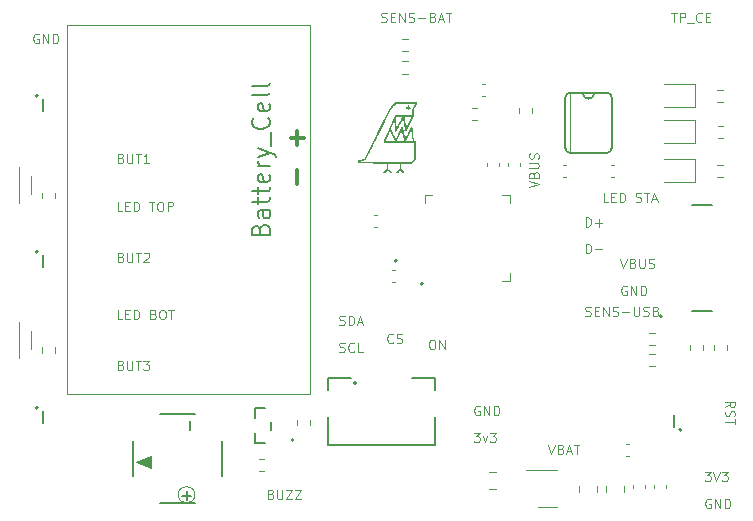
<source format=gbr>
%TF.GenerationSoftware,KiCad,Pcbnew,7.0.9*%
%TF.CreationDate,2023-12-20T20:28:38+02:00*%
%TF.ProjectId,DRM_Watch_V3,44524d5f-5761-4746-9368-5f56332e6b69,rev?*%
%TF.SameCoordinates,Original*%
%TF.FileFunction,Legend,Top*%
%TF.FilePolarity,Positive*%
%FSLAX46Y46*%
G04 Gerber Fmt 4.6, Leading zero omitted, Abs format (unit mm)*
G04 Created by KiCad (PCBNEW 7.0.9) date 2023-12-20 20:28:38*
%MOMM*%
%LPD*%
G01*
G04 APERTURE LIST*
%ADD10C,0.200000*%
%ADD11C,0.300000*%
%ADD12C,0.100000*%
%ADD13C,0.150000*%
%ADD14C,0.120000*%
%ADD15C,0.127000*%
%ADD16C,0.152400*%
%ADD17C,0.050800*%
%ADD18C,0.177000*%
G04 APERTURE END LIST*
D10*
X87273814Y-62626142D02*
X87345242Y-62411856D01*
X87345242Y-62411856D02*
X87416671Y-62340427D01*
X87416671Y-62340427D02*
X87559528Y-62268999D01*
X87559528Y-62268999D02*
X87773814Y-62268999D01*
X87773814Y-62268999D02*
X87916671Y-62340427D01*
X87916671Y-62340427D02*
X87988100Y-62411856D01*
X87988100Y-62411856D02*
X88059528Y-62554713D01*
X88059528Y-62554713D02*
X88059528Y-63126142D01*
X88059528Y-63126142D02*
X86559528Y-63126142D01*
X86559528Y-63126142D02*
X86559528Y-62626142D01*
X86559528Y-62626142D02*
X86630957Y-62483285D01*
X86630957Y-62483285D02*
X86702385Y-62411856D01*
X86702385Y-62411856D02*
X86845242Y-62340427D01*
X86845242Y-62340427D02*
X86988100Y-62340427D01*
X86988100Y-62340427D02*
X87130957Y-62411856D01*
X87130957Y-62411856D02*
X87202385Y-62483285D01*
X87202385Y-62483285D02*
X87273814Y-62626142D01*
X87273814Y-62626142D02*
X87273814Y-63126142D01*
X88059528Y-60983285D02*
X87273814Y-60983285D01*
X87273814Y-60983285D02*
X87130957Y-61054713D01*
X87130957Y-61054713D02*
X87059528Y-61197570D01*
X87059528Y-61197570D02*
X87059528Y-61483285D01*
X87059528Y-61483285D02*
X87130957Y-61626142D01*
X87988100Y-60983285D02*
X88059528Y-61126142D01*
X88059528Y-61126142D02*
X88059528Y-61483285D01*
X88059528Y-61483285D02*
X87988100Y-61626142D01*
X87988100Y-61626142D02*
X87845242Y-61697570D01*
X87845242Y-61697570D02*
X87702385Y-61697570D01*
X87702385Y-61697570D02*
X87559528Y-61626142D01*
X87559528Y-61626142D02*
X87488100Y-61483285D01*
X87488100Y-61483285D02*
X87488100Y-61126142D01*
X87488100Y-61126142D02*
X87416671Y-60983285D01*
X87059528Y-60483284D02*
X87059528Y-59911856D01*
X86559528Y-60268999D02*
X87845242Y-60268999D01*
X87845242Y-60268999D02*
X87988100Y-60197570D01*
X87988100Y-60197570D02*
X88059528Y-60054713D01*
X88059528Y-60054713D02*
X88059528Y-59911856D01*
X87059528Y-59626141D02*
X87059528Y-59054713D01*
X86559528Y-59411856D02*
X87845242Y-59411856D01*
X87845242Y-59411856D02*
X87988100Y-59340427D01*
X87988100Y-59340427D02*
X88059528Y-59197570D01*
X88059528Y-59197570D02*
X88059528Y-59054713D01*
X87988100Y-57983284D02*
X88059528Y-58126141D01*
X88059528Y-58126141D02*
X88059528Y-58411856D01*
X88059528Y-58411856D02*
X87988100Y-58554713D01*
X87988100Y-58554713D02*
X87845242Y-58626141D01*
X87845242Y-58626141D02*
X87273814Y-58626141D01*
X87273814Y-58626141D02*
X87130957Y-58554713D01*
X87130957Y-58554713D02*
X87059528Y-58411856D01*
X87059528Y-58411856D02*
X87059528Y-58126141D01*
X87059528Y-58126141D02*
X87130957Y-57983284D01*
X87130957Y-57983284D02*
X87273814Y-57911856D01*
X87273814Y-57911856D02*
X87416671Y-57911856D01*
X87416671Y-57911856D02*
X87559528Y-58626141D01*
X88059528Y-57268999D02*
X87059528Y-57268999D01*
X87345242Y-57268999D02*
X87202385Y-57197570D01*
X87202385Y-57197570D02*
X87130957Y-57126142D01*
X87130957Y-57126142D02*
X87059528Y-56983284D01*
X87059528Y-56983284D02*
X87059528Y-56840427D01*
X87059528Y-56483285D02*
X88059528Y-56126142D01*
X87059528Y-55768999D02*
X88059528Y-56126142D01*
X88059528Y-56126142D02*
X88416671Y-56268999D01*
X88416671Y-56268999D02*
X88488100Y-56340428D01*
X88488100Y-56340428D02*
X88559528Y-56483285D01*
X88202385Y-55554714D02*
X88202385Y-54411856D01*
X87916671Y-53197571D02*
X87988100Y-53268999D01*
X87988100Y-53268999D02*
X88059528Y-53483285D01*
X88059528Y-53483285D02*
X88059528Y-53626142D01*
X88059528Y-53626142D02*
X87988100Y-53840428D01*
X87988100Y-53840428D02*
X87845242Y-53983285D01*
X87845242Y-53983285D02*
X87702385Y-54054714D01*
X87702385Y-54054714D02*
X87416671Y-54126142D01*
X87416671Y-54126142D02*
X87202385Y-54126142D01*
X87202385Y-54126142D02*
X86916671Y-54054714D01*
X86916671Y-54054714D02*
X86773814Y-53983285D01*
X86773814Y-53983285D02*
X86630957Y-53840428D01*
X86630957Y-53840428D02*
X86559528Y-53626142D01*
X86559528Y-53626142D02*
X86559528Y-53483285D01*
X86559528Y-53483285D02*
X86630957Y-53268999D01*
X86630957Y-53268999D02*
X86702385Y-53197571D01*
X87988100Y-51983285D02*
X88059528Y-52126142D01*
X88059528Y-52126142D02*
X88059528Y-52411857D01*
X88059528Y-52411857D02*
X87988100Y-52554714D01*
X87988100Y-52554714D02*
X87845242Y-52626142D01*
X87845242Y-52626142D02*
X87273814Y-52626142D01*
X87273814Y-52626142D02*
X87130957Y-52554714D01*
X87130957Y-52554714D02*
X87059528Y-52411857D01*
X87059528Y-52411857D02*
X87059528Y-52126142D01*
X87059528Y-52126142D02*
X87130957Y-51983285D01*
X87130957Y-51983285D02*
X87273814Y-51911857D01*
X87273814Y-51911857D02*
X87416671Y-51911857D01*
X87416671Y-51911857D02*
X87559528Y-52626142D01*
X88059528Y-51054714D02*
X87988100Y-51197571D01*
X87988100Y-51197571D02*
X87845242Y-51269000D01*
X87845242Y-51269000D02*
X86559528Y-51269000D01*
X88059528Y-50269000D02*
X87988100Y-50411857D01*
X87988100Y-50411857D02*
X87845242Y-50483286D01*
X87845242Y-50483286D02*
X86559528Y-50483286D01*
D11*
X90415400Y-58754489D02*
X90415400Y-57611632D01*
X90415400Y-55452489D02*
X90415400Y-54309632D01*
X90986828Y-54881060D02*
X89843971Y-54881060D01*
D12*
X98503408Y-72170704D02*
X98465312Y-72208800D01*
X98465312Y-72208800D02*
X98351027Y-72246895D01*
X98351027Y-72246895D02*
X98274836Y-72246895D01*
X98274836Y-72246895D02*
X98160550Y-72208800D01*
X98160550Y-72208800D02*
X98084360Y-72132609D01*
X98084360Y-72132609D02*
X98046265Y-72056419D01*
X98046265Y-72056419D02*
X98008169Y-71904038D01*
X98008169Y-71904038D02*
X98008169Y-71789752D01*
X98008169Y-71789752D02*
X98046265Y-71637371D01*
X98046265Y-71637371D02*
X98084360Y-71561180D01*
X98084360Y-71561180D02*
X98160550Y-71484990D01*
X98160550Y-71484990D02*
X98274836Y-71446895D01*
X98274836Y-71446895D02*
X98351027Y-71446895D01*
X98351027Y-71446895D02*
X98465312Y-71484990D01*
X98465312Y-71484990D02*
X98503408Y-71523085D01*
X98808169Y-72208800D02*
X98922455Y-72246895D01*
X98922455Y-72246895D02*
X99112931Y-72246895D01*
X99112931Y-72246895D02*
X99189122Y-72208800D01*
X99189122Y-72208800D02*
X99227217Y-72170704D01*
X99227217Y-72170704D02*
X99265312Y-72094514D01*
X99265312Y-72094514D02*
X99265312Y-72018323D01*
X99265312Y-72018323D02*
X99227217Y-71942133D01*
X99227217Y-71942133D02*
X99189122Y-71904038D01*
X99189122Y-71904038D02*
X99112931Y-71865942D01*
X99112931Y-71865942D02*
X98960550Y-71827847D01*
X98960550Y-71827847D02*
X98884360Y-71789752D01*
X98884360Y-71789752D02*
X98846265Y-71751657D01*
X98846265Y-71751657D02*
X98808169Y-71675466D01*
X98808169Y-71675466D02*
X98808169Y-71599276D01*
X98808169Y-71599276D02*
X98846265Y-71523085D01*
X98846265Y-71523085D02*
X98884360Y-71484990D01*
X98884360Y-71484990D02*
X98960550Y-71446895D01*
X98960550Y-71446895D02*
X99151027Y-71446895D01*
X99151027Y-71446895D02*
X99265312Y-71484990D01*
D13*
X81354134Y-79630199D02*
X81354134Y-78865799D01*
X80644070Y-85164077D02*
X81407931Y-85164077D01*
X81026000Y-85546007D02*
X81026000Y-84782146D01*
D12*
X125389312Y-85454990D02*
X125313122Y-85416895D01*
X125313122Y-85416895D02*
X125198836Y-85416895D01*
X125198836Y-85416895D02*
X125084550Y-85454990D01*
X125084550Y-85454990D02*
X125008360Y-85531180D01*
X125008360Y-85531180D02*
X124970265Y-85607371D01*
X124970265Y-85607371D02*
X124932169Y-85759752D01*
X124932169Y-85759752D02*
X124932169Y-85874038D01*
X124932169Y-85874038D02*
X124970265Y-86026419D01*
X124970265Y-86026419D02*
X125008360Y-86102609D01*
X125008360Y-86102609D02*
X125084550Y-86178800D01*
X125084550Y-86178800D02*
X125198836Y-86216895D01*
X125198836Y-86216895D02*
X125275027Y-86216895D01*
X125275027Y-86216895D02*
X125389312Y-86178800D01*
X125389312Y-86178800D02*
X125427408Y-86140704D01*
X125427408Y-86140704D02*
X125427408Y-85874038D01*
X125427408Y-85874038D02*
X125275027Y-85874038D01*
X125770265Y-86216895D02*
X125770265Y-85416895D01*
X125770265Y-85416895D02*
X126227408Y-86216895D01*
X126227408Y-86216895D02*
X126227408Y-85416895D01*
X126608360Y-86216895D02*
X126608360Y-85416895D01*
X126608360Y-85416895D02*
X126798836Y-85416895D01*
X126798836Y-85416895D02*
X126913122Y-85454990D01*
X126913122Y-85454990D02*
X126989312Y-85531180D01*
X126989312Y-85531180D02*
X127027407Y-85607371D01*
X127027407Y-85607371D02*
X127065503Y-85759752D01*
X127065503Y-85759752D02*
X127065503Y-85874038D01*
X127065503Y-85874038D02*
X127027407Y-86026419D01*
X127027407Y-86026419D02*
X126989312Y-86102609D01*
X126989312Y-86102609D02*
X126913122Y-86178800D01*
X126913122Y-86178800D02*
X126798836Y-86216895D01*
X126798836Y-86216895D02*
X126608360Y-86216895D01*
X114810265Y-62392895D02*
X114810265Y-61592895D01*
X114810265Y-61592895D02*
X115000741Y-61592895D01*
X115000741Y-61592895D02*
X115115027Y-61630990D01*
X115115027Y-61630990D02*
X115191217Y-61707180D01*
X115191217Y-61707180D02*
X115229312Y-61783371D01*
X115229312Y-61783371D02*
X115267408Y-61935752D01*
X115267408Y-61935752D02*
X115267408Y-62050038D01*
X115267408Y-62050038D02*
X115229312Y-62202419D01*
X115229312Y-62202419D02*
X115191217Y-62278609D01*
X115191217Y-62278609D02*
X115115027Y-62354800D01*
X115115027Y-62354800D02*
X115000741Y-62392895D01*
X115000741Y-62392895D02*
X114810265Y-62392895D01*
X115610265Y-62088133D02*
X116219789Y-62088133D01*
X115915027Y-62392895D02*
X115915027Y-61783371D01*
X110054895Y-59040020D02*
X110854895Y-58773353D01*
X110854895Y-58773353D02*
X110054895Y-58506687D01*
X110435847Y-57973354D02*
X110473942Y-57859068D01*
X110473942Y-57859068D02*
X110512038Y-57820973D01*
X110512038Y-57820973D02*
X110588228Y-57782877D01*
X110588228Y-57782877D02*
X110702514Y-57782877D01*
X110702514Y-57782877D02*
X110778704Y-57820973D01*
X110778704Y-57820973D02*
X110816800Y-57859068D01*
X110816800Y-57859068D02*
X110854895Y-57935258D01*
X110854895Y-57935258D02*
X110854895Y-58240020D01*
X110854895Y-58240020D02*
X110054895Y-58240020D01*
X110054895Y-58240020D02*
X110054895Y-57973354D01*
X110054895Y-57973354D02*
X110092990Y-57897163D01*
X110092990Y-57897163D02*
X110131085Y-57859068D01*
X110131085Y-57859068D02*
X110207276Y-57820973D01*
X110207276Y-57820973D02*
X110283466Y-57820973D01*
X110283466Y-57820973D02*
X110359657Y-57859068D01*
X110359657Y-57859068D02*
X110397752Y-57897163D01*
X110397752Y-57897163D02*
X110435847Y-57973354D01*
X110435847Y-57973354D02*
X110435847Y-58240020D01*
X110054895Y-57440020D02*
X110702514Y-57440020D01*
X110702514Y-57440020D02*
X110778704Y-57401925D01*
X110778704Y-57401925D02*
X110816800Y-57363830D01*
X110816800Y-57363830D02*
X110854895Y-57287639D01*
X110854895Y-57287639D02*
X110854895Y-57135258D01*
X110854895Y-57135258D02*
X110816800Y-57059068D01*
X110816800Y-57059068D02*
X110778704Y-57020973D01*
X110778704Y-57020973D02*
X110702514Y-56982877D01*
X110702514Y-56982877D02*
X110054895Y-56982877D01*
X110816800Y-56640021D02*
X110854895Y-56525735D01*
X110854895Y-56525735D02*
X110854895Y-56335259D01*
X110854895Y-56335259D02*
X110816800Y-56259068D01*
X110816800Y-56259068D02*
X110778704Y-56220973D01*
X110778704Y-56220973D02*
X110702514Y-56182878D01*
X110702514Y-56182878D02*
X110626323Y-56182878D01*
X110626323Y-56182878D02*
X110550133Y-56220973D01*
X110550133Y-56220973D02*
X110512038Y-56259068D01*
X110512038Y-56259068D02*
X110473942Y-56335259D01*
X110473942Y-56335259D02*
X110435847Y-56487640D01*
X110435847Y-56487640D02*
X110397752Y-56563830D01*
X110397752Y-56563830D02*
X110359657Y-56601925D01*
X110359657Y-56601925D02*
X110283466Y-56640021D01*
X110283466Y-56640021D02*
X110207276Y-56640021D01*
X110207276Y-56640021D02*
X110131085Y-56601925D01*
X110131085Y-56601925D02*
X110092990Y-56563830D01*
X110092990Y-56563830D02*
X110054895Y-56487640D01*
X110054895Y-56487640D02*
X110054895Y-56297163D01*
X110054895Y-56297163D02*
X110092990Y-56182878D01*
X75452931Y-74113847D02*
X75567217Y-74151942D01*
X75567217Y-74151942D02*
X75605312Y-74190038D01*
X75605312Y-74190038D02*
X75643408Y-74266228D01*
X75643408Y-74266228D02*
X75643408Y-74380514D01*
X75643408Y-74380514D02*
X75605312Y-74456704D01*
X75605312Y-74456704D02*
X75567217Y-74494800D01*
X75567217Y-74494800D02*
X75491027Y-74532895D01*
X75491027Y-74532895D02*
X75186265Y-74532895D01*
X75186265Y-74532895D02*
X75186265Y-73732895D01*
X75186265Y-73732895D02*
X75452931Y-73732895D01*
X75452931Y-73732895D02*
X75529122Y-73770990D01*
X75529122Y-73770990D02*
X75567217Y-73809085D01*
X75567217Y-73809085D02*
X75605312Y-73885276D01*
X75605312Y-73885276D02*
X75605312Y-73961466D01*
X75605312Y-73961466D02*
X75567217Y-74037657D01*
X75567217Y-74037657D02*
X75529122Y-74075752D01*
X75529122Y-74075752D02*
X75452931Y-74113847D01*
X75452931Y-74113847D02*
X75186265Y-74113847D01*
X75986265Y-73732895D02*
X75986265Y-74380514D01*
X75986265Y-74380514D02*
X76024360Y-74456704D01*
X76024360Y-74456704D02*
X76062455Y-74494800D01*
X76062455Y-74494800D02*
X76138646Y-74532895D01*
X76138646Y-74532895D02*
X76291027Y-74532895D01*
X76291027Y-74532895D02*
X76367217Y-74494800D01*
X76367217Y-74494800D02*
X76405312Y-74456704D01*
X76405312Y-74456704D02*
X76443408Y-74380514D01*
X76443408Y-74380514D02*
X76443408Y-73732895D01*
X76710074Y-73732895D02*
X77167217Y-73732895D01*
X76938645Y-74532895D02*
X76938645Y-73732895D01*
X77357693Y-73732895D02*
X77852931Y-73732895D01*
X77852931Y-73732895D02*
X77586265Y-74037657D01*
X77586265Y-74037657D02*
X77700550Y-74037657D01*
X77700550Y-74037657D02*
X77776741Y-74075752D01*
X77776741Y-74075752D02*
X77814836Y-74113847D01*
X77814836Y-74113847D02*
X77852931Y-74190038D01*
X77852931Y-74190038D02*
X77852931Y-74380514D01*
X77852931Y-74380514D02*
X77814836Y-74456704D01*
X77814836Y-74456704D02*
X77776741Y-74494800D01*
X77776741Y-74494800D02*
X77700550Y-74532895D01*
X77700550Y-74532895D02*
X77471979Y-74532895D01*
X77471979Y-74532895D02*
X77395788Y-74494800D01*
X77395788Y-74494800D02*
X77357693Y-74456704D01*
X101754646Y-71954895D02*
X101907027Y-71954895D01*
X101907027Y-71954895D02*
X101983217Y-71992990D01*
X101983217Y-71992990D02*
X102059408Y-72069180D01*
X102059408Y-72069180D02*
X102097503Y-72221561D01*
X102097503Y-72221561D02*
X102097503Y-72488228D01*
X102097503Y-72488228D02*
X102059408Y-72640609D01*
X102059408Y-72640609D02*
X101983217Y-72716800D01*
X101983217Y-72716800D02*
X101907027Y-72754895D01*
X101907027Y-72754895D02*
X101754646Y-72754895D01*
X101754646Y-72754895D02*
X101678455Y-72716800D01*
X101678455Y-72716800D02*
X101602265Y-72640609D01*
X101602265Y-72640609D02*
X101564169Y-72488228D01*
X101564169Y-72488228D02*
X101564169Y-72221561D01*
X101564169Y-72221561D02*
X101602265Y-72069180D01*
X101602265Y-72069180D02*
X101678455Y-71992990D01*
X101678455Y-71992990D02*
X101754646Y-71954895D01*
X102440360Y-72754895D02*
X102440360Y-71954895D01*
X102440360Y-71954895D02*
X102897503Y-72754895D01*
X102897503Y-72754895D02*
X102897503Y-71954895D01*
X75567217Y-70214895D02*
X75186265Y-70214895D01*
X75186265Y-70214895D02*
X75186265Y-69414895D01*
X75833884Y-69795847D02*
X76100550Y-69795847D01*
X76214836Y-70214895D02*
X75833884Y-70214895D01*
X75833884Y-70214895D02*
X75833884Y-69414895D01*
X75833884Y-69414895D02*
X76214836Y-69414895D01*
X76557694Y-70214895D02*
X76557694Y-69414895D01*
X76557694Y-69414895D02*
X76748170Y-69414895D01*
X76748170Y-69414895D02*
X76862456Y-69452990D01*
X76862456Y-69452990D02*
X76938646Y-69529180D01*
X76938646Y-69529180D02*
X76976741Y-69605371D01*
X76976741Y-69605371D02*
X77014837Y-69757752D01*
X77014837Y-69757752D02*
X77014837Y-69872038D01*
X77014837Y-69872038D02*
X76976741Y-70024419D01*
X76976741Y-70024419D02*
X76938646Y-70100609D01*
X76938646Y-70100609D02*
X76862456Y-70176800D01*
X76862456Y-70176800D02*
X76748170Y-70214895D01*
X76748170Y-70214895D02*
X76557694Y-70214895D01*
X78233884Y-69795847D02*
X78348170Y-69833942D01*
X78348170Y-69833942D02*
X78386265Y-69872038D01*
X78386265Y-69872038D02*
X78424361Y-69948228D01*
X78424361Y-69948228D02*
X78424361Y-70062514D01*
X78424361Y-70062514D02*
X78386265Y-70138704D01*
X78386265Y-70138704D02*
X78348170Y-70176800D01*
X78348170Y-70176800D02*
X78271980Y-70214895D01*
X78271980Y-70214895D02*
X77967218Y-70214895D01*
X77967218Y-70214895D02*
X77967218Y-69414895D01*
X77967218Y-69414895D02*
X78233884Y-69414895D01*
X78233884Y-69414895D02*
X78310075Y-69452990D01*
X78310075Y-69452990D02*
X78348170Y-69491085D01*
X78348170Y-69491085D02*
X78386265Y-69567276D01*
X78386265Y-69567276D02*
X78386265Y-69643466D01*
X78386265Y-69643466D02*
X78348170Y-69719657D01*
X78348170Y-69719657D02*
X78310075Y-69757752D01*
X78310075Y-69757752D02*
X78233884Y-69795847D01*
X78233884Y-69795847D02*
X77967218Y-69795847D01*
X78919599Y-69414895D02*
X79071980Y-69414895D01*
X79071980Y-69414895D02*
X79148170Y-69452990D01*
X79148170Y-69452990D02*
X79224361Y-69529180D01*
X79224361Y-69529180D02*
X79262456Y-69681561D01*
X79262456Y-69681561D02*
X79262456Y-69948228D01*
X79262456Y-69948228D02*
X79224361Y-70100609D01*
X79224361Y-70100609D02*
X79148170Y-70176800D01*
X79148170Y-70176800D02*
X79071980Y-70214895D01*
X79071980Y-70214895D02*
X78919599Y-70214895D01*
X78919599Y-70214895D02*
X78843408Y-70176800D01*
X78843408Y-70176800D02*
X78767218Y-70100609D01*
X78767218Y-70100609D02*
X78729122Y-69948228D01*
X78729122Y-69948228D02*
X78729122Y-69681561D01*
X78729122Y-69681561D02*
X78767218Y-69529180D01*
X78767218Y-69529180D02*
X78843408Y-69452990D01*
X78843408Y-69452990D02*
X78919599Y-69414895D01*
X79491027Y-69414895D02*
X79948170Y-69414895D01*
X79719598Y-70214895D02*
X79719598Y-69414895D01*
X114772169Y-69922800D02*
X114886455Y-69960895D01*
X114886455Y-69960895D02*
X115076931Y-69960895D01*
X115076931Y-69960895D02*
X115153122Y-69922800D01*
X115153122Y-69922800D02*
X115191217Y-69884704D01*
X115191217Y-69884704D02*
X115229312Y-69808514D01*
X115229312Y-69808514D02*
X115229312Y-69732323D01*
X115229312Y-69732323D02*
X115191217Y-69656133D01*
X115191217Y-69656133D02*
X115153122Y-69618038D01*
X115153122Y-69618038D02*
X115076931Y-69579942D01*
X115076931Y-69579942D02*
X114924550Y-69541847D01*
X114924550Y-69541847D02*
X114848360Y-69503752D01*
X114848360Y-69503752D02*
X114810265Y-69465657D01*
X114810265Y-69465657D02*
X114772169Y-69389466D01*
X114772169Y-69389466D02*
X114772169Y-69313276D01*
X114772169Y-69313276D02*
X114810265Y-69237085D01*
X114810265Y-69237085D02*
X114848360Y-69198990D01*
X114848360Y-69198990D02*
X114924550Y-69160895D01*
X114924550Y-69160895D02*
X115115027Y-69160895D01*
X115115027Y-69160895D02*
X115229312Y-69198990D01*
X115572170Y-69541847D02*
X115838836Y-69541847D01*
X115953122Y-69960895D02*
X115572170Y-69960895D01*
X115572170Y-69960895D02*
X115572170Y-69160895D01*
X115572170Y-69160895D02*
X115953122Y-69160895D01*
X116295980Y-69960895D02*
X116295980Y-69160895D01*
X116295980Y-69160895D02*
X116753123Y-69960895D01*
X116753123Y-69960895D02*
X116753123Y-69160895D01*
X117095979Y-69922800D02*
X117210265Y-69960895D01*
X117210265Y-69960895D02*
X117400741Y-69960895D01*
X117400741Y-69960895D02*
X117476932Y-69922800D01*
X117476932Y-69922800D02*
X117515027Y-69884704D01*
X117515027Y-69884704D02*
X117553122Y-69808514D01*
X117553122Y-69808514D02*
X117553122Y-69732323D01*
X117553122Y-69732323D02*
X117515027Y-69656133D01*
X117515027Y-69656133D02*
X117476932Y-69618038D01*
X117476932Y-69618038D02*
X117400741Y-69579942D01*
X117400741Y-69579942D02*
X117248360Y-69541847D01*
X117248360Y-69541847D02*
X117172170Y-69503752D01*
X117172170Y-69503752D02*
X117134075Y-69465657D01*
X117134075Y-69465657D02*
X117095979Y-69389466D01*
X117095979Y-69389466D02*
X117095979Y-69313276D01*
X117095979Y-69313276D02*
X117134075Y-69237085D01*
X117134075Y-69237085D02*
X117172170Y-69198990D01*
X117172170Y-69198990D02*
X117248360Y-69160895D01*
X117248360Y-69160895D02*
X117438837Y-69160895D01*
X117438837Y-69160895D02*
X117553122Y-69198990D01*
X117895980Y-69656133D02*
X118505504Y-69656133D01*
X118886456Y-69160895D02*
X118886456Y-69808514D01*
X118886456Y-69808514D02*
X118924551Y-69884704D01*
X118924551Y-69884704D02*
X118962646Y-69922800D01*
X118962646Y-69922800D02*
X119038837Y-69960895D01*
X119038837Y-69960895D02*
X119191218Y-69960895D01*
X119191218Y-69960895D02*
X119267408Y-69922800D01*
X119267408Y-69922800D02*
X119305503Y-69884704D01*
X119305503Y-69884704D02*
X119343599Y-69808514D01*
X119343599Y-69808514D02*
X119343599Y-69160895D01*
X119686455Y-69922800D02*
X119800741Y-69960895D01*
X119800741Y-69960895D02*
X119991217Y-69960895D01*
X119991217Y-69960895D02*
X120067408Y-69922800D01*
X120067408Y-69922800D02*
X120105503Y-69884704D01*
X120105503Y-69884704D02*
X120143598Y-69808514D01*
X120143598Y-69808514D02*
X120143598Y-69732323D01*
X120143598Y-69732323D02*
X120105503Y-69656133D01*
X120105503Y-69656133D02*
X120067408Y-69618038D01*
X120067408Y-69618038D02*
X119991217Y-69579942D01*
X119991217Y-69579942D02*
X119838836Y-69541847D01*
X119838836Y-69541847D02*
X119762646Y-69503752D01*
X119762646Y-69503752D02*
X119724551Y-69465657D01*
X119724551Y-69465657D02*
X119686455Y-69389466D01*
X119686455Y-69389466D02*
X119686455Y-69313276D01*
X119686455Y-69313276D02*
X119724551Y-69237085D01*
X119724551Y-69237085D02*
X119762646Y-69198990D01*
X119762646Y-69198990D02*
X119838836Y-69160895D01*
X119838836Y-69160895D02*
X120029313Y-69160895D01*
X120029313Y-69160895D02*
X120143598Y-69198990D01*
X120753122Y-69541847D02*
X120867408Y-69579942D01*
X120867408Y-69579942D02*
X120905503Y-69618038D01*
X120905503Y-69618038D02*
X120943599Y-69694228D01*
X120943599Y-69694228D02*
X120943599Y-69808514D01*
X120943599Y-69808514D02*
X120905503Y-69884704D01*
X120905503Y-69884704D02*
X120867408Y-69922800D01*
X120867408Y-69922800D02*
X120791218Y-69960895D01*
X120791218Y-69960895D02*
X120486456Y-69960895D01*
X120486456Y-69960895D02*
X120486456Y-69160895D01*
X120486456Y-69160895D02*
X120753122Y-69160895D01*
X120753122Y-69160895D02*
X120829313Y-69198990D01*
X120829313Y-69198990D02*
X120867408Y-69237085D01*
X120867408Y-69237085D02*
X120905503Y-69313276D01*
X120905503Y-69313276D02*
X120905503Y-69389466D01*
X120905503Y-69389466D02*
X120867408Y-69465657D01*
X120867408Y-69465657D02*
X120829313Y-69503752D01*
X120829313Y-69503752D02*
X120753122Y-69541847D01*
X120753122Y-69541847D02*
X120486456Y-69541847D01*
X97500169Y-45030800D02*
X97614455Y-45068895D01*
X97614455Y-45068895D02*
X97804931Y-45068895D01*
X97804931Y-45068895D02*
X97881122Y-45030800D01*
X97881122Y-45030800D02*
X97919217Y-44992704D01*
X97919217Y-44992704D02*
X97957312Y-44916514D01*
X97957312Y-44916514D02*
X97957312Y-44840323D01*
X97957312Y-44840323D02*
X97919217Y-44764133D01*
X97919217Y-44764133D02*
X97881122Y-44726038D01*
X97881122Y-44726038D02*
X97804931Y-44687942D01*
X97804931Y-44687942D02*
X97652550Y-44649847D01*
X97652550Y-44649847D02*
X97576360Y-44611752D01*
X97576360Y-44611752D02*
X97538265Y-44573657D01*
X97538265Y-44573657D02*
X97500169Y-44497466D01*
X97500169Y-44497466D02*
X97500169Y-44421276D01*
X97500169Y-44421276D02*
X97538265Y-44345085D01*
X97538265Y-44345085D02*
X97576360Y-44306990D01*
X97576360Y-44306990D02*
X97652550Y-44268895D01*
X97652550Y-44268895D02*
X97843027Y-44268895D01*
X97843027Y-44268895D02*
X97957312Y-44306990D01*
X98300170Y-44649847D02*
X98566836Y-44649847D01*
X98681122Y-45068895D02*
X98300170Y-45068895D01*
X98300170Y-45068895D02*
X98300170Y-44268895D01*
X98300170Y-44268895D02*
X98681122Y-44268895D01*
X99023980Y-45068895D02*
X99023980Y-44268895D01*
X99023980Y-44268895D02*
X99481123Y-45068895D01*
X99481123Y-45068895D02*
X99481123Y-44268895D01*
X99823979Y-45030800D02*
X99938265Y-45068895D01*
X99938265Y-45068895D02*
X100128741Y-45068895D01*
X100128741Y-45068895D02*
X100204932Y-45030800D01*
X100204932Y-45030800D02*
X100243027Y-44992704D01*
X100243027Y-44992704D02*
X100281122Y-44916514D01*
X100281122Y-44916514D02*
X100281122Y-44840323D01*
X100281122Y-44840323D02*
X100243027Y-44764133D01*
X100243027Y-44764133D02*
X100204932Y-44726038D01*
X100204932Y-44726038D02*
X100128741Y-44687942D01*
X100128741Y-44687942D02*
X99976360Y-44649847D01*
X99976360Y-44649847D02*
X99900170Y-44611752D01*
X99900170Y-44611752D02*
X99862075Y-44573657D01*
X99862075Y-44573657D02*
X99823979Y-44497466D01*
X99823979Y-44497466D02*
X99823979Y-44421276D01*
X99823979Y-44421276D02*
X99862075Y-44345085D01*
X99862075Y-44345085D02*
X99900170Y-44306990D01*
X99900170Y-44306990D02*
X99976360Y-44268895D01*
X99976360Y-44268895D02*
X100166837Y-44268895D01*
X100166837Y-44268895D02*
X100281122Y-44306990D01*
X100623980Y-44764133D02*
X101233504Y-44764133D01*
X101881122Y-44649847D02*
X101995408Y-44687942D01*
X101995408Y-44687942D02*
X102033503Y-44726038D01*
X102033503Y-44726038D02*
X102071599Y-44802228D01*
X102071599Y-44802228D02*
X102071599Y-44916514D01*
X102071599Y-44916514D02*
X102033503Y-44992704D01*
X102033503Y-44992704D02*
X101995408Y-45030800D01*
X101995408Y-45030800D02*
X101919218Y-45068895D01*
X101919218Y-45068895D02*
X101614456Y-45068895D01*
X101614456Y-45068895D02*
X101614456Y-44268895D01*
X101614456Y-44268895D02*
X101881122Y-44268895D01*
X101881122Y-44268895D02*
X101957313Y-44306990D01*
X101957313Y-44306990D02*
X101995408Y-44345085D01*
X101995408Y-44345085D02*
X102033503Y-44421276D01*
X102033503Y-44421276D02*
X102033503Y-44497466D01*
X102033503Y-44497466D02*
X101995408Y-44573657D01*
X101995408Y-44573657D02*
X101957313Y-44611752D01*
X101957313Y-44611752D02*
X101881122Y-44649847D01*
X101881122Y-44649847D02*
X101614456Y-44649847D01*
X102376360Y-44840323D02*
X102757313Y-44840323D01*
X102300170Y-45068895D02*
X102566837Y-44268895D01*
X102566837Y-44268895D02*
X102833503Y-45068895D01*
X102985884Y-44268895D02*
X103443027Y-44268895D01*
X103214455Y-45068895D02*
X103214455Y-44268895D01*
X93944169Y-70684800D02*
X94058455Y-70722895D01*
X94058455Y-70722895D02*
X94248931Y-70722895D01*
X94248931Y-70722895D02*
X94325122Y-70684800D01*
X94325122Y-70684800D02*
X94363217Y-70646704D01*
X94363217Y-70646704D02*
X94401312Y-70570514D01*
X94401312Y-70570514D02*
X94401312Y-70494323D01*
X94401312Y-70494323D02*
X94363217Y-70418133D01*
X94363217Y-70418133D02*
X94325122Y-70380038D01*
X94325122Y-70380038D02*
X94248931Y-70341942D01*
X94248931Y-70341942D02*
X94096550Y-70303847D01*
X94096550Y-70303847D02*
X94020360Y-70265752D01*
X94020360Y-70265752D02*
X93982265Y-70227657D01*
X93982265Y-70227657D02*
X93944169Y-70151466D01*
X93944169Y-70151466D02*
X93944169Y-70075276D01*
X93944169Y-70075276D02*
X93982265Y-69999085D01*
X93982265Y-69999085D02*
X94020360Y-69960990D01*
X94020360Y-69960990D02*
X94096550Y-69922895D01*
X94096550Y-69922895D02*
X94287027Y-69922895D01*
X94287027Y-69922895D02*
X94401312Y-69960990D01*
X94744170Y-70722895D02*
X94744170Y-69922895D01*
X94744170Y-69922895D02*
X94934646Y-69922895D01*
X94934646Y-69922895D02*
X95048932Y-69960990D01*
X95048932Y-69960990D02*
X95125122Y-70037180D01*
X95125122Y-70037180D02*
X95163217Y-70113371D01*
X95163217Y-70113371D02*
X95201313Y-70265752D01*
X95201313Y-70265752D02*
X95201313Y-70380038D01*
X95201313Y-70380038D02*
X95163217Y-70532419D01*
X95163217Y-70532419D02*
X95125122Y-70608609D01*
X95125122Y-70608609D02*
X95048932Y-70684800D01*
X95048932Y-70684800D02*
X94934646Y-70722895D01*
X94934646Y-70722895D02*
X94744170Y-70722895D01*
X95506074Y-70494323D02*
X95887027Y-70494323D01*
X95429884Y-70722895D02*
X95696551Y-69922895D01*
X95696551Y-69922895D02*
X95963217Y-70722895D01*
X124894074Y-83130895D02*
X125389312Y-83130895D01*
X125389312Y-83130895D02*
X125122646Y-83435657D01*
X125122646Y-83435657D02*
X125236931Y-83435657D01*
X125236931Y-83435657D02*
X125313122Y-83473752D01*
X125313122Y-83473752D02*
X125351217Y-83511847D01*
X125351217Y-83511847D02*
X125389312Y-83588038D01*
X125389312Y-83588038D02*
X125389312Y-83778514D01*
X125389312Y-83778514D02*
X125351217Y-83854704D01*
X125351217Y-83854704D02*
X125313122Y-83892800D01*
X125313122Y-83892800D02*
X125236931Y-83930895D01*
X125236931Y-83930895D02*
X125008360Y-83930895D01*
X125008360Y-83930895D02*
X124932169Y-83892800D01*
X124932169Y-83892800D02*
X124894074Y-83854704D01*
X125617884Y-83130895D02*
X125884551Y-83930895D01*
X125884551Y-83930895D02*
X126151217Y-83130895D01*
X126341693Y-83130895D02*
X126836931Y-83130895D01*
X126836931Y-83130895D02*
X126570265Y-83435657D01*
X126570265Y-83435657D02*
X126684550Y-83435657D01*
X126684550Y-83435657D02*
X126760741Y-83473752D01*
X126760741Y-83473752D02*
X126798836Y-83511847D01*
X126798836Y-83511847D02*
X126836931Y-83588038D01*
X126836931Y-83588038D02*
X126836931Y-83778514D01*
X126836931Y-83778514D02*
X126798836Y-83854704D01*
X126798836Y-83854704D02*
X126760741Y-83892800D01*
X126760741Y-83892800D02*
X126684550Y-83930895D01*
X126684550Y-83930895D02*
X126455979Y-83930895D01*
X126455979Y-83930895D02*
X126379788Y-83892800D01*
X126379788Y-83892800D02*
X126341693Y-83854704D01*
X117743979Y-65096895D02*
X118010646Y-65896895D01*
X118010646Y-65896895D02*
X118277312Y-65096895D01*
X118810645Y-65477847D02*
X118924931Y-65515942D01*
X118924931Y-65515942D02*
X118963026Y-65554038D01*
X118963026Y-65554038D02*
X119001122Y-65630228D01*
X119001122Y-65630228D02*
X119001122Y-65744514D01*
X119001122Y-65744514D02*
X118963026Y-65820704D01*
X118963026Y-65820704D02*
X118924931Y-65858800D01*
X118924931Y-65858800D02*
X118848741Y-65896895D01*
X118848741Y-65896895D02*
X118543979Y-65896895D01*
X118543979Y-65896895D02*
X118543979Y-65096895D01*
X118543979Y-65096895D02*
X118810645Y-65096895D01*
X118810645Y-65096895D02*
X118886836Y-65134990D01*
X118886836Y-65134990D02*
X118924931Y-65173085D01*
X118924931Y-65173085D02*
X118963026Y-65249276D01*
X118963026Y-65249276D02*
X118963026Y-65325466D01*
X118963026Y-65325466D02*
X118924931Y-65401657D01*
X118924931Y-65401657D02*
X118886836Y-65439752D01*
X118886836Y-65439752D02*
X118810645Y-65477847D01*
X118810645Y-65477847D02*
X118543979Y-65477847D01*
X119343979Y-65096895D02*
X119343979Y-65744514D01*
X119343979Y-65744514D02*
X119382074Y-65820704D01*
X119382074Y-65820704D02*
X119420169Y-65858800D01*
X119420169Y-65858800D02*
X119496360Y-65896895D01*
X119496360Y-65896895D02*
X119648741Y-65896895D01*
X119648741Y-65896895D02*
X119724931Y-65858800D01*
X119724931Y-65858800D02*
X119763026Y-65820704D01*
X119763026Y-65820704D02*
X119801122Y-65744514D01*
X119801122Y-65744514D02*
X119801122Y-65096895D01*
X120143978Y-65858800D02*
X120258264Y-65896895D01*
X120258264Y-65896895D02*
X120448740Y-65896895D01*
X120448740Y-65896895D02*
X120524931Y-65858800D01*
X120524931Y-65858800D02*
X120563026Y-65820704D01*
X120563026Y-65820704D02*
X120601121Y-65744514D01*
X120601121Y-65744514D02*
X120601121Y-65668323D01*
X120601121Y-65668323D02*
X120563026Y-65592133D01*
X120563026Y-65592133D02*
X120524931Y-65554038D01*
X120524931Y-65554038D02*
X120448740Y-65515942D01*
X120448740Y-65515942D02*
X120296359Y-65477847D01*
X120296359Y-65477847D02*
X120220169Y-65439752D01*
X120220169Y-65439752D02*
X120182074Y-65401657D01*
X120182074Y-65401657D02*
X120143978Y-65325466D01*
X120143978Y-65325466D02*
X120143978Y-65249276D01*
X120143978Y-65249276D02*
X120182074Y-65173085D01*
X120182074Y-65173085D02*
X120220169Y-65134990D01*
X120220169Y-65134990D02*
X120296359Y-65096895D01*
X120296359Y-65096895D02*
X120486836Y-65096895D01*
X120486836Y-65096895D02*
X120601121Y-65134990D01*
X75452931Y-64969847D02*
X75567217Y-65007942D01*
X75567217Y-65007942D02*
X75605312Y-65046038D01*
X75605312Y-65046038D02*
X75643408Y-65122228D01*
X75643408Y-65122228D02*
X75643408Y-65236514D01*
X75643408Y-65236514D02*
X75605312Y-65312704D01*
X75605312Y-65312704D02*
X75567217Y-65350800D01*
X75567217Y-65350800D02*
X75491027Y-65388895D01*
X75491027Y-65388895D02*
X75186265Y-65388895D01*
X75186265Y-65388895D02*
X75186265Y-64588895D01*
X75186265Y-64588895D02*
X75452931Y-64588895D01*
X75452931Y-64588895D02*
X75529122Y-64626990D01*
X75529122Y-64626990D02*
X75567217Y-64665085D01*
X75567217Y-64665085D02*
X75605312Y-64741276D01*
X75605312Y-64741276D02*
X75605312Y-64817466D01*
X75605312Y-64817466D02*
X75567217Y-64893657D01*
X75567217Y-64893657D02*
X75529122Y-64931752D01*
X75529122Y-64931752D02*
X75452931Y-64969847D01*
X75452931Y-64969847D02*
X75186265Y-64969847D01*
X75986265Y-64588895D02*
X75986265Y-65236514D01*
X75986265Y-65236514D02*
X76024360Y-65312704D01*
X76024360Y-65312704D02*
X76062455Y-65350800D01*
X76062455Y-65350800D02*
X76138646Y-65388895D01*
X76138646Y-65388895D02*
X76291027Y-65388895D01*
X76291027Y-65388895D02*
X76367217Y-65350800D01*
X76367217Y-65350800D02*
X76405312Y-65312704D01*
X76405312Y-65312704D02*
X76443408Y-65236514D01*
X76443408Y-65236514D02*
X76443408Y-64588895D01*
X76710074Y-64588895D02*
X77167217Y-64588895D01*
X76938645Y-65388895D02*
X76938645Y-64588895D01*
X77395788Y-64665085D02*
X77433884Y-64626990D01*
X77433884Y-64626990D02*
X77510074Y-64588895D01*
X77510074Y-64588895D02*
X77700550Y-64588895D01*
X77700550Y-64588895D02*
X77776741Y-64626990D01*
X77776741Y-64626990D02*
X77814836Y-64665085D01*
X77814836Y-64665085D02*
X77852931Y-64741276D01*
X77852931Y-64741276D02*
X77852931Y-64817466D01*
X77852931Y-64817466D02*
X77814836Y-64931752D01*
X77814836Y-64931752D02*
X77357693Y-65388895D01*
X77357693Y-65388895D02*
X77852931Y-65388895D01*
X75567217Y-61070895D02*
X75186265Y-61070895D01*
X75186265Y-61070895D02*
X75186265Y-60270895D01*
X75833884Y-60651847D02*
X76100550Y-60651847D01*
X76214836Y-61070895D02*
X75833884Y-61070895D01*
X75833884Y-61070895D02*
X75833884Y-60270895D01*
X75833884Y-60270895D02*
X76214836Y-60270895D01*
X76557694Y-61070895D02*
X76557694Y-60270895D01*
X76557694Y-60270895D02*
X76748170Y-60270895D01*
X76748170Y-60270895D02*
X76862456Y-60308990D01*
X76862456Y-60308990D02*
X76938646Y-60385180D01*
X76938646Y-60385180D02*
X76976741Y-60461371D01*
X76976741Y-60461371D02*
X77014837Y-60613752D01*
X77014837Y-60613752D02*
X77014837Y-60728038D01*
X77014837Y-60728038D02*
X76976741Y-60880419D01*
X76976741Y-60880419D02*
X76938646Y-60956609D01*
X76938646Y-60956609D02*
X76862456Y-61032800D01*
X76862456Y-61032800D02*
X76748170Y-61070895D01*
X76748170Y-61070895D02*
X76557694Y-61070895D01*
X77852932Y-60270895D02*
X78310075Y-60270895D01*
X78081503Y-61070895D02*
X78081503Y-60270895D01*
X78729123Y-60270895D02*
X78881504Y-60270895D01*
X78881504Y-60270895D02*
X78957694Y-60308990D01*
X78957694Y-60308990D02*
X79033885Y-60385180D01*
X79033885Y-60385180D02*
X79071980Y-60537561D01*
X79071980Y-60537561D02*
X79071980Y-60804228D01*
X79071980Y-60804228D02*
X79033885Y-60956609D01*
X79033885Y-60956609D02*
X78957694Y-61032800D01*
X78957694Y-61032800D02*
X78881504Y-61070895D01*
X78881504Y-61070895D02*
X78729123Y-61070895D01*
X78729123Y-61070895D02*
X78652932Y-61032800D01*
X78652932Y-61032800D02*
X78576742Y-60956609D01*
X78576742Y-60956609D02*
X78538646Y-60804228D01*
X78538646Y-60804228D02*
X78538646Y-60537561D01*
X78538646Y-60537561D02*
X78576742Y-60385180D01*
X78576742Y-60385180D02*
X78652932Y-60308990D01*
X78652932Y-60308990D02*
X78729123Y-60270895D01*
X79414837Y-61070895D02*
X79414837Y-60270895D01*
X79414837Y-60270895D02*
X79719599Y-60270895D01*
X79719599Y-60270895D02*
X79795789Y-60308990D01*
X79795789Y-60308990D02*
X79833884Y-60347085D01*
X79833884Y-60347085D02*
X79871980Y-60423276D01*
X79871980Y-60423276D02*
X79871980Y-60537561D01*
X79871980Y-60537561D02*
X79833884Y-60613752D01*
X79833884Y-60613752D02*
X79795789Y-60651847D01*
X79795789Y-60651847D02*
X79719599Y-60689942D01*
X79719599Y-60689942D02*
X79414837Y-60689942D01*
X118277312Y-67420990D02*
X118201122Y-67382895D01*
X118201122Y-67382895D02*
X118086836Y-67382895D01*
X118086836Y-67382895D02*
X117972550Y-67420990D01*
X117972550Y-67420990D02*
X117896360Y-67497180D01*
X117896360Y-67497180D02*
X117858265Y-67573371D01*
X117858265Y-67573371D02*
X117820169Y-67725752D01*
X117820169Y-67725752D02*
X117820169Y-67840038D01*
X117820169Y-67840038D02*
X117858265Y-67992419D01*
X117858265Y-67992419D02*
X117896360Y-68068609D01*
X117896360Y-68068609D02*
X117972550Y-68144800D01*
X117972550Y-68144800D02*
X118086836Y-68182895D01*
X118086836Y-68182895D02*
X118163027Y-68182895D01*
X118163027Y-68182895D02*
X118277312Y-68144800D01*
X118277312Y-68144800D02*
X118315408Y-68106704D01*
X118315408Y-68106704D02*
X118315408Y-67840038D01*
X118315408Y-67840038D02*
X118163027Y-67840038D01*
X118658265Y-68182895D02*
X118658265Y-67382895D01*
X118658265Y-67382895D02*
X119115408Y-68182895D01*
X119115408Y-68182895D02*
X119115408Y-67382895D01*
X119496360Y-68182895D02*
X119496360Y-67382895D01*
X119496360Y-67382895D02*
X119686836Y-67382895D01*
X119686836Y-67382895D02*
X119801122Y-67420990D01*
X119801122Y-67420990D02*
X119877312Y-67497180D01*
X119877312Y-67497180D02*
X119915407Y-67573371D01*
X119915407Y-67573371D02*
X119953503Y-67725752D01*
X119953503Y-67725752D02*
X119953503Y-67840038D01*
X119953503Y-67840038D02*
X119915407Y-67992419D01*
X119915407Y-67992419D02*
X119877312Y-68068609D01*
X119877312Y-68068609D02*
X119801122Y-68144800D01*
X119801122Y-68144800D02*
X119686836Y-68182895D01*
X119686836Y-68182895D02*
X119496360Y-68182895D01*
X111647979Y-80844895D02*
X111914646Y-81644895D01*
X111914646Y-81644895D02*
X112181312Y-80844895D01*
X112714645Y-81225847D02*
X112828931Y-81263942D01*
X112828931Y-81263942D02*
X112867026Y-81302038D01*
X112867026Y-81302038D02*
X112905122Y-81378228D01*
X112905122Y-81378228D02*
X112905122Y-81492514D01*
X112905122Y-81492514D02*
X112867026Y-81568704D01*
X112867026Y-81568704D02*
X112828931Y-81606800D01*
X112828931Y-81606800D02*
X112752741Y-81644895D01*
X112752741Y-81644895D02*
X112447979Y-81644895D01*
X112447979Y-81644895D02*
X112447979Y-80844895D01*
X112447979Y-80844895D02*
X112714645Y-80844895D01*
X112714645Y-80844895D02*
X112790836Y-80882990D01*
X112790836Y-80882990D02*
X112828931Y-80921085D01*
X112828931Y-80921085D02*
X112867026Y-80997276D01*
X112867026Y-80997276D02*
X112867026Y-81073466D01*
X112867026Y-81073466D02*
X112828931Y-81149657D01*
X112828931Y-81149657D02*
X112790836Y-81187752D01*
X112790836Y-81187752D02*
X112714645Y-81225847D01*
X112714645Y-81225847D02*
X112447979Y-81225847D01*
X113209883Y-81416323D02*
X113590836Y-81416323D01*
X113133693Y-81644895D02*
X113400360Y-80844895D01*
X113400360Y-80844895D02*
X113667026Y-81644895D01*
X113819407Y-80844895D02*
X114276550Y-80844895D01*
X114047978Y-81644895D02*
X114047978Y-80844895D01*
X93944169Y-72970800D02*
X94058455Y-73008895D01*
X94058455Y-73008895D02*
X94248931Y-73008895D01*
X94248931Y-73008895D02*
X94325122Y-72970800D01*
X94325122Y-72970800D02*
X94363217Y-72932704D01*
X94363217Y-72932704D02*
X94401312Y-72856514D01*
X94401312Y-72856514D02*
X94401312Y-72780323D01*
X94401312Y-72780323D02*
X94363217Y-72704133D01*
X94363217Y-72704133D02*
X94325122Y-72666038D01*
X94325122Y-72666038D02*
X94248931Y-72627942D01*
X94248931Y-72627942D02*
X94096550Y-72589847D01*
X94096550Y-72589847D02*
X94020360Y-72551752D01*
X94020360Y-72551752D02*
X93982265Y-72513657D01*
X93982265Y-72513657D02*
X93944169Y-72437466D01*
X93944169Y-72437466D02*
X93944169Y-72361276D01*
X93944169Y-72361276D02*
X93982265Y-72285085D01*
X93982265Y-72285085D02*
X94020360Y-72246990D01*
X94020360Y-72246990D02*
X94096550Y-72208895D01*
X94096550Y-72208895D02*
X94287027Y-72208895D01*
X94287027Y-72208895D02*
X94401312Y-72246990D01*
X95201313Y-72932704D02*
X95163217Y-72970800D01*
X95163217Y-72970800D02*
X95048932Y-73008895D01*
X95048932Y-73008895D02*
X94972741Y-73008895D01*
X94972741Y-73008895D02*
X94858455Y-72970800D01*
X94858455Y-72970800D02*
X94782265Y-72894609D01*
X94782265Y-72894609D02*
X94744170Y-72818419D01*
X94744170Y-72818419D02*
X94706074Y-72666038D01*
X94706074Y-72666038D02*
X94706074Y-72551752D01*
X94706074Y-72551752D02*
X94744170Y-72399371D01*
X94744170Y-72399371D02*
X94782265Y-72323180D01*
X94782265Y-72323180D02*
X94858455Y-72246990D01*
X94858455Y-72246990D02*
X94972741Y-72208895D01*
X94972741Y-72208895D02*
X95048932Y-72208895D01*
X95048932Y-72208895D02*
X95163217Y-72246990D01*
X95163217Y-72246990D02*
X95201313Y-72285085D01*
X95925122Y-73008895D02*
X95544170Y-73008895D01*
X95544170Y-73008895D02*
X95544170Y-72208895D01*
X88152931Y-85035847D02*
X88267217Y-85073942D01*
X88267217Y-85073942D02*
X88305312Y-85112038D01*
X88305312Y-85112038D02*
X88343408Y-85188228D01*
X88343408Y-85188228D02*
X88343408Y-85302514D01*
X88343408Y-85302514D02*
X88305312Y-85378704D01*
X88305312Y-85378704D02*
X88267217Y-85416800D01*
X88267217Y-85416800D02*
X88191027Y-85454895D01*
X88191027Y-85454895D02*
X87886265Y-85454895D01*
X87886265Y-85454895D02*
X87886265Y-84654895D01*
X87886265Y-84654895D02*
X88152931Y-84654895D01*
X88152931Y-84654895D02*
X88229122Y-84692990D01*
X88229122Y-84692990D02*
X88267217Y-84731085D01*
X88267217Y-84731085D02*
X88305312Y-84807276D01*
X88305312Y-84807276D02*
X88305312Y-84883466D01*
X88305312Y-84883466D02*
X88267217Y-84959657D01*
X88267217Y-84959657D02*
X88229122Y-84997752D01*
X88229122Y-84997752D02*
X88152931Y-85035847D01*
X88152931Y-85035847D02*
X87886265Y-85035847D01*
X88686265Y-84654895D02*
X88686265Y-85302514D01*
X88686265Y-85302514D02*
X88724360Y-85378704D01*
X88724360Y-85378704D02*
X88762455Y-85416800D01*
X88762455Y-85416800D02*
X88838646Y-85454895D01*
X88838646Y-85454895D02*
X88991027Y-85454895D01*
X88991027Y-85454895D02*
X89067217Y-85416800D01*
X89067217Y-85416800D02*
X89105312Y-85378704D01*
X89105312Y-85378704D02*
X89143408Y-85302514D01*
X89143408Y-85302514D02*
X89143408Y-84654895D01*
X89448169Y-84654895D02*
X89981503Y-84654895D01*
X89981503Y-84654895D02*
X89448169Y-85454895D01*
X89448169Y-85454895D02*
X89981503Y-85454895D01*
X90210074Y-84654895D02*
X90743408Y-84654895D01*
X90743408Y-84654895D02*
X90210074Y-85454895D01*
X90210074Y-85454895D02*
X90743408Y-85454895D01*
X114810265Y-64626895D02*
X114810265Y-63826895D01*
X114810265Y-63826895D02*
X115000741Y-63826895D01*
X115000741Y-63826895D02*
X115115027Y-63864990D01*
X115115027Y-63864990D02*
X115191217Y-63941180D01*
X115191217Y-63941180D02*
X115229312Y-64017371D01*
X115229312Y-64017371D02*
X115267408Y-64169752D01*
X115267408Y-64169752D02*
X115267408Y-64284038D01*
X115267408Y-64284038D02*
X115229312Y-64436419D01*
X115229312Y-64436419D02*
X115191217Y-64512609D01*
X115191217Y-64512609D02*
X115115027Y-64588800D01*
X115115027Y-64588800D02*
X115000741Y-64626895D01*
X115000741Y-64626895D02*
X114810265Y-64626895D01*
X115610265Y-64322133D02*
X116219789Y-64322133D01*
X68493312Y-46084990D02*
X68417122Y-46046895D01*
X68417122Y-46046895D02*
X68302836Y-46046895D01*
X68302836Y-46046895D02*
X68188550Y-46084990D01*
X68188550Y-46084990D02*
X68112360Y-46161180D01*
X68112360Y-46161180D02*
X68074265Y-46237371D01*
X68074265Y-46237371D02*
X68036169Y-46389752D01*
X68036169Y-46389752D02*
X68036169Y-46504038D01*
X68036169Y-46504038D02*
X68074265Y-46656419D01*
X68074265Y-46656419D02*
X68112360Y-46732609D01*
X68112360Y-46732609D02*
X68188550Y-46808800D01*
X68188550Y-46808800D02*
X68302836Y-46846895D01*
X68302836Y-46846895D02*
X68379027Y-46846895D01*
X68379027Y-46846895D02*
X68493312Y-46808800D01*
X68493312Y-46808800D02*
X68531408Y-46770704D01*
X68531408Y-46770704D02*
X68531408Y-46504038D01*
X68531408Y-46504038D02*
X68379027Y-46504038D01*
X68874265Y-46846895D02*
X68874265Y-46046895D01*
X68874265Y-46046895D02*
X69331408Y-46846895D01*
X69331408Y-46846895D02*
X69331408Y-46046895D01*
X69712360Y-46846895D02*
X69712360Y-46046895D01*
X69712360Y-46046895D02*
X69902836Y-46046895D01*
X69902836Y-46046895D02*
X70017122Y-46084990D01*
X70017122Y-46084990D02*
X70093312Y-46161180D01*
X70093312Y-46161180D02*
X70131407Y-46237371D01*
X70131407Y-46237371D02*
X70169503Y-46389752D01*
X70169503Y-46389752D02*
X70169503Y-46504038D01*
X70169503Y-46504038D02*
X70131407Y-46656419D01*
X70131407Y-46656419D02*
X70093312Y-46732609D01*
X70093312Y-46732609D02*
X70017122Y-46808800D01*
X70017122Y-46808800D02*
X69902836Y-46846895D01*
X69902836Y-46846895D02*
X69712360Y-46846895D01*
X105831312Y-77580990D02*
X105755122Y-77542895D01*
X105755122Y-77542895D02*
X105640836Y-77542895D01*
X105640836Y-77542895D02*
X105526550Y-77580990D01*
X105526550Y-77580990D02*
X105450360Y-77657180D01*
X105450360Y-77657180D02*
X105412265Y-77733371D01*
X105412265Y-77733371D02*
X105374169Y-77885752D01*
X105374169Y-77885752D02*
X105374169Y-78000038D01*
X105374169Y-78000038D02*
X105412265Y-78152419D01*
X105412265Y-78152419D02*
X105450360Y-78228609D01*
X105450360Y-78228609D02*
X105526550Y-78304800D01*
X105526550Y-78304800D02*
X105640836Y-78342895D01*
X105640836Y-78342895D02*
X105717027Y-78342895D01*
X105717027Y-78342895D02*
X105831312Y-78304800D01*
X105831312Y-78304800D02*
X105869408Y-78266704D01*
X105869408Y-78266704D02*
X105869408Y-78000038D01*
X105869408Y-78000038D02*
X105717027Y-78000038D01*
X106212265Y-78342895D02*
X106212265Y-77542895D01*
X106212265Y-77542895D02*
X106669408Y-78342895D01*
X106669408Y-78342895D02*
X106669408Y-77542895D01*
X107050360Y-78342895D02*
X107050360Y-77542895D01*
X107050360Y-77542895D02*
X107240836Y-77542895D01*
X107240836Y-77542895D02*
X107355122Y-77580990D01*
X107355122Y-77580990D02*
X107431312Y-77657180D01*
X107431312Y-77657180D02*
X107469407Y-77733371D01*
X107469407Y-77733371D02*
X107507503Y-77885752D01*
X107507503Y-77885752D02*
X107507503Y-78000038D01*
X107507503Y-78000038D02*
X107469407Y-78152419D01*
X107469407Y-78152419D02*
X107431312Y-78228609D01*
X107431312Y-78228609D02*
X107355122Y-78304800D01*
X107355122Y-78304800D02*
X107240836Y-78342895D01*
X107240836Y-78342895D02*
X107050360Y-78342895D01*
X75452931Y-56587847D02*
X75567217Y-56625942D01*
X75567217Y-56625942D02*
X75605312Y-56664038D01*
X75605312Y-56664038D02*
X75643408Y-56740228D01*
X75643408Y-56740228D02*
X75643408Y-56854514D01*
X75643408Y-56854514D02*
X75605312Y-56930704D01*
X75605312Y-56930704D02*
X75567217Y-56968800D01*
X75567217Y-56968800D02*
X75491027Y-57006895D01*
X75491027Y-57006895D02*
X75186265Y-57006895D01*
X75186265Y-57006895D02*
X75186265Y-56206895D01*
X75186265Y-56206895D02*
X75452931Y-56206895D01*
X75452931Y-56206895D02*
X75529122Y-56244990D01*
X75529122Y-56244990D02*
X75567217Y-56283085D01*
X75567217Y-56283085D02*
X75605312Y-56359276D01*
X75605312Y-56359276D02*
X75605312Y-56435466D01*
X75605312Y-56435466D02*
X75567217Y-56511657D01*
X75567217Y-56511657D02*
X75529122Y-56549752D01*
X75529122Y-56549752D02*
X75452931Y-56587847D01*
X75452931Y-56587847D02*
X75186265Y-56587847D01*
X75986265Y-56206895D02*
X75986265Y-56854514D01*
X75986265Y-56854514D02*
X76024360Y-56930704D01*
X76024360Y-56930704D02*
X76062455Y-56968800D01*
X76062455Y-56968800D02*
X76138646Y-57006895D01*
X76138646Y-57006895D02*
X76291027Y-57006895D01*
X76291027Y-57006895D02*
X76367217Y-56968800D01*
X76367217Y-56968800D02*
X76405312Y-56930704D01*
X76405312Y-56930704D02*
X76443408Y-56854514D01*
X76443408Y-56854514D02*
X76443408Y-56206895D01*
X76710074Y-56206895D02*
X77167217Y-56206895D01*
X76938645Y-57006895D02*
X76938645Y-56206895D01*
X77852931Y-57006895D02*
X77395788Y-57006895D01*
X77624360Y-57006895D02*
X77624360Y-56206895D01*
X77624360Y-56206895D02*
X77548169Y-56321180D01*
X77548169Y-56321180D02*
X77471979Y-56397371D01*
X77471979Y-56397371D02*
X77395788Y-56435466D01*
X105336074Y-79828895D02*
X105831312Y-79828895D01*
X105831312Y-79828895D02*
X105564646Y-80133657D01*
X105564646Y-80133657D02*
X105678931Y-80133657D01*
X105678931Y-80133657D02*
X105755122Y-80171752D01*
X105755122Y-80171752D02*
X105793217Y-80209847D01*
X105793217Y-80209847D02*
X105831312Y-80286038D01*
X105831312Y-80286038D02*
X105831312Y-80476514D01*
X105831312Y-80476514D02*
X105793217Y-80552704D01*
X105793217Y-80552704D02*
X105755122Y-80590800D01*
X105755122Y-80590800D02*
X105678931Y-80628895D01*
X105678931Y-80628895D02*
X105450360Y-80628895D01*
X105450360Y-80628895D02*
X105374169Y-80590800D01*
X105374169Y-80590800D02*
X105336074Y-80552704D01*
X106097979Y-80095561D02*
X106288455Y-80628895D01*
X106288455Y-80628895D02*
X106478932Y-80095561D01*
X106707503Y-79828895D02*
X107202741Y-79828895D01*
X107202741Y-79828895D02*
X106936075Y-80133657D01*
X106936075Y-80133657D02*
X107050360Y-80133657D01*
X107050360Y-80133657D02*
X107126551Y-80171752D01*
X107126551Y-80171752D02*
X107164646Y-80209847D01*
X107164646Y-80209847D02*
X107202741Y-80286038D01*
X107202741Y-80286038D02*
X107202741Y-80476514D01*
X107202741Y-80476514D02*
X107164646Y-80552704D01*
X107164646Y-80552704D02*
X107126551Y-80590800D01*
X107126551Y-80590800D02*
X107050360Y-80628895D01*
X107050360Y-80628895D02*
X106821789Y-80628895D01*
X106821789Y-80628895D02*
X106745598Y-80590800D01*
X106745598Y-80590800D02*
X106707503Y-80552704D01*
X116715217Y-60308895D02*
X116334265Y-60308895D01*
X116334265Y-60308895D02*
X116334265Y-59508895D01*
X116981884Y-59889847D02*
X117248550Y-59889847D01*
X117362836Y-60308895D02*
X116981884Y-60308895D01*
X116981884Y-60308895D02*
X116981884Y-59508895D01*
X116981884Y-59508895D02*
X117362836Y-59508895D01*
X117705694Y-60308895D02*
X117705694Y-59508895D01*
X117705694Y-59508895D02*
X117896170Y-59508895D01*
X117896170Y-59508895D02*
X118010456Y-59546990D01*
X118010456Y-59546990D02*
X118086646Y-59623180D01*
X118086646Y-59623180D02*
X118124741Y-59699371D01*
X118124741Y-59699371D02*
X118162837Y-59851752D01*
X118162837Y-59851752D02*
X118162837Y-59966038D01*
X118162837Y-59966038D02*
X118124741Y-60118419D01*
X118124741Y-60118419D02*
X118086646Y-60194609D01*
X118086646Y-60194609D02*
X118010456Y-60270800D01*
X118010456Y-60270800D02*
X117896170Y-60308895D01*
X117896170Y-60308895D02*
X117705694Y-60308895D01*
X119077122Y-60270800D02*
X119191408Y-60308895D01*
X119191408Y-60308895D02*
X119381884Y-60308895D01*
X119381884Y-60308895D02*
X119458075Y-60270800D01*
X119458075Y-60270800D02*
X119496170Y-60232704D01*
X119496170Y-60232704D02*
X119534265Y-60156514D01*
X119534265Y-60156514D02*
X119534265Y-60080323D01*
X119534265Y-60080323D02*
X119496170Y-60004133D01*
X119496170Y-60004133D02*
X119458075Y-59966038D01*
X119458075Y-59966038D02*
X119381884Y-59927942D01*
X119381884Y-59927942D02*
X119229503Y-59889847D01*
X119229503Y-59889847D02*
X119153313Y-59851752D01*
X119153313Y-59851752D02*
X119115218Y-59813657D01*
X119115218Y-59813657D02*
X119077122Y-59737466D01*
X119077122Y-59737466D02*
X119077122Y-59661276D01*
X119077122Y-59661276D02*
X119115218Y-59585085D01*
X119115218Y-59585085D02*
X119153313Y-59546990D01*
X119153313Y-59546990D02*
X119229503Y-59508895D01*
X119229503Y-59508895D02*
X119419980Y-59508895D01*
X119419980Y-59508895D02*
X119534265Y-59546990D01*
X119762837Y-59508895D02*
X120219980Y-59508895D01*
X119991408Y-60308895D02*
X119991408Y-59508895D01*
X120448551Y-60080323D02*
X120829504Y-60080323D01*
X120372361Y-60308895D02*
X120639028Y-59508895D01*
X120639028Y-59508895D02*
X120905694Y-60308895D01*
X126635104Y-77675408D02*
X127016057Y-77408741D01*
X126635104Y-77218265D02*
X127435104Y-77218265D01*
X127435104Y-77218265D02*
X127435104Y-77523027D01*
X127435104Y-77523027D02*
X127397009Y-77599217D01*
X127397009Y-77599217D02*
X127358914Y-77637312D01*
X127358914Y-77637312D02*
X127282723Y-77675408D01*
X127282723Y-77675408D02*
X127168438Y-77675408D01*
X127168438Y-77675408D02*
X127092247Y-77637312D01*
X127092247Y-77637312D02*
X127054152Y-77599217D01*
X127054152Y-77599217D02*
X127016057Y-77523027D01*
X127016057Y-77523027D02*
X127016057Y-77218265D01*
X126673200Y-77980169D02*
X126635104Y-78094455D01*
X126635104Y-78094455D02*
X126635104Y-78284931D01*
X126635104Y-78284931D02*
X126673200Y-78361122D01*
X126673200Y-78361122D02*
X126711295Y-78399217D01*
X126711295Y-78399217D02*
X126787485Y-78437312D01*
X126787485Y-78437312D02*
X126863676Y-78437312D01*
X126863676Y-78437312D02*
X126939866Y-78399217D01*
X126939866Y-78399217D02*
X126977961Y-78361122D01*
X126977961Y-78361122D02*
X127016057Y-78284931D01*
X127016057Y-78284931D02*
X127054152Y-78132550D01*
X127054152Y-78132550D02*
X127092247Y-78056360D01*
X127092247Y-78056360D02*
X127130342Y-78018265D01*
X127130342Y-78018265D02*
X127206533Y-77980169D01*
X127206533Y-77980169D02*
X127282723Y-77980169D01*
X127282723Y-77980169D02*
X127358914Y-78018265D01*
X127358914Y-78018265D02*
X127397009Y-78056360D01*
X127397009Y-78056360D02*
X127435104Y-78132550D01*
X127435104Y-78132550D02*
X127435104Y-78323027D01*
X127435104Y-78323027D02*
X127397009Y-78437312D01*
X127435104Y-78665884D02*
X127435104Y-79123027D01*
X126635104Y-78894455D02*
X127435104Y-78894455D01*
X122061979Y-44268895D02*
X122519122Y-44268895D01*
X122290550Y-45068895D02*
X122290550Y-44268895D01*
X122785789Y-45068895D02*
X122785789Y-44268895D01*
X122785789Y-44268895D02*
X123090551Y-44268895D01*
X123090551Y-44268895D02*
X123166741Y-44306990D01*
X123166741Y-44306990D02*
X123204836Y-44345085D01*
X123204836Y-44345085D02*
X123242932Y-44421276D01*
X123242932Y-44421276D02*
X123242932Y-44535561D01*
X123242932Y-44535561D02*
X123204836Y-44611752D01*
X123204836Y-44611752D02*
X123166741Y-44649847D01*
X123166741Y-44649847D02*
X123090551Y-44687942D01*
X123090551Y-44687942D02*
X122785789Y-44687942D01*
X123395313Y-45145085D02*
X124004836Y-45145085D01*
X124652456Y-44992704D02*
X124614360Y-45030800D01*
X124614360Y-45030800D02*
X124500075Y-45068895D01*
X124500075Y-45068895D02*
X124423884Y-45068895D01*
X124423884Y-45068895D02*
X124309598Y-45030800D01*
X124309598Y-45030800D02*
X124233408Y-44954609D01*
X124233408Y-44954609D02*
X124195313Y-44878419D01*
X124195313Y-44878419D02*
X124157217Y-44726038D01*
X124157217Y-44726038D02*
X124157217Y-44611752D01*
X124157217Y-44611752D02*
X124195313Y-44459371D01*
X124195313Y-44459371D02*
X124233408Y-44383180D01*
X124233408Y-44383180D02*
X124309598Y-44306990D01*
X124309598Y-44306990D02*
X124423884Y-44268895D01*
X124423884Y-44268895D02*
X124500075Y-44268895D01*
X124500075Y-44268895D02*
X124614360Y-44306990D01*
X124614360Y-44306990D02*
X124652456Y-44345085D01*
X124995313Y-44649847D02*
X125261979Y-44649847D01*
X125376265Y-45068895D02*
X124995313Y-45068895D01*
X124995313Y-45068895D02*
X124995313Y-44268895D01*
X124995313Y-44268895D02*
X125376265Y-44268895D01*
%TO.C,BT1*%
X91440000Y-76581000D02*
X70866000Y-76581000D01*
X70866000Y-76581000D02*
X70866000Y-45339000D01*
X70866000Y-45339000D02*
X91440000Y-45339000D01*
X91440000Y-45339000D02*
X91440000Y-76581000D01*
D14*
%TO.C,R3*%
X123683500Y-72881258D02*
X123683500Y-72406742D01*
X124728500Y-72881258D02*
X124728500Y-72406742D01*
D12*
%TO.C,D2*%
X66802000Y-73484000D02*
X66802000Y-70436000D01*
X67818000Y-72722000D02*
X67818000Y-71198000D01*
D15*
%TO.C,LS1*%
X81764000Y-85792000D02*
X78764000Y-85792000D01*
X76514000Y-80542000D02*
X76514000Y-83542000D01*
X84014000Y-80542000D02*
X84014000Y-83542000D01*
X78764000Y-78292000D02*
X81764000Y-78292000D01*
D12*
X81726000Y-85090000D02*
G75*
G03*
X81726000Y-85090000I-700000J0D01*
G01*
X77978000Y-82804000D02*
X76708000Y-82296000D01*
X77978000Y-81788000D01*
X77978000Y-82804000D01*
G36*
X77978000Y-82804000D02*
G01*
X76708000Y-82296000D01*
X77978000Y-81788000D01*
X77978000Y-82804000D01*
G37*
D14*
%TO.C,R14*%
X120221742Y-73137500D02*
X120696258Y-73137500D01*
X120221742Y-74182500D02*
X120696258Y-74182500D01*
%TO.C,R6*%
X68819500Y-73072258D02*
X68819500Y-72597742D01*
X69864500Y-73072258D02*
X69864500Y-72597742D01*
%TO.C,C5*%
X121613000Y-84266420D02*
X121613000Y-84547580D01*
X120593000Y-84266420D02*
X120593000Y-84547580D01*
%TO.C,R9*%
X109205500Y-52815258D02*
X109205500Y-52340742D01*
X110250500Y-52815258D02*
X110250500Y-52340742D01*
%TO.C,D3*%
X124113000Y-55316000D02*
X124113000Y-53396000D01*
X124113000Y-53396000D02*
X121428000Y-53396000D01*
X121428000Y-55316000D02*
X124113000Y-55316000D01*
D15*
%TO.C,S2*%
X68834000Y-64770000D02*
X68834000Y-65786000D01*
D10*
X68426000Y-64516000D02*
G75*
G03*
X68426000Y-64516000I-100000J0D01*
G01*
D14*
%TO.C,C9*%
X107195252Y-84621000D02*
X106672748Y-84621000D01*
X107195252Y-83151000D02*
X106672748Y-83151000D01*
D15*
%TO.C,Q1*%
X88159000Y-79578000D02*
X88159000Y-78918000D01*
X86859000Y-80708000D02*
X87634000Y-80708000D01*
X86859000Y-79868000D02*
X86859000Y-80708000D01*
X86859000Y-78628000D02*
X86859000Y-77788000D01*
X86859000Y-77788000D02*
X87634000Y-77788000D01*
D10*
X90109000Y-80448000D02*
G75*
G03*
X90109000Y-80448000I-100000J0D01*
G01*
D14*
%TO.C,C6*%
X118210420Y-80770000D02*
X118491580Y-80770000D01*
X118210420Y-81790000D02*
X118491580Y-81790000D01*
%TO.C,C4*%
X119835000Y-84266420D02*
X119835000Y-84547580D01*
X118815000Y-84266420D02*
X118815000Y-84547580D01*
D16*
%TO.C,U3*%
X116636800Y-51054000D02*
X115570000Y-51054000D01*
X115570000Y-51054000D02*
X114554000Y-51054000D01*
X114554000Y-51054000D02*
X113487200Y-51054000D01*
D17*
X113461800Y-51054000D02*
X113461800Y-56134000D01*
D16*
X113106200Y-51435000D02*
X113106200Y-55753000D01*
X117017800Y-55753000D02*
X117017800Y-51435000D01*
X113487200Y-56134000D02*
X116636800Y-56134000D01*
X117017800Y-51435000D02*
G75*
G03*
X116636800Y-51054000I-380999J1D01*
G01*
X114554000Y-51054000D02*
G75*
G03*
X115570000Y-51054000I508000J0D01*
G01*
X113487200Y-51054000D02*
G75*
G03*
X113106200Y-51435000I-1J-380999D01*
G01*
X116636800Y-56134000D02*
G75*
G03*
X117017800Y-55753000I0J381000D01*
G01*
X113106200Y-55753000D02*
G75*
G03*
X113487200Y-56134000I381000J0D01*
G01*
D15*
%TO.C,S1*%
X68834000Y-51562000D02*
X68834000Y-52578000D01*
D10*
X68426000Y-51308000D02*
G75*
G03*
X68426000Y-51308000I-100000J0D01*
G01*
D14*
%TO.C,C12*%
X113170580Y-58168000D02*
X112889420Y-58168000D01*
X113170580Y-57148000D02*
X112889420Y-57148000D01*
D15*
%TO.C,J2*%
X92986000Y-75245000D02*
X92986000Y-76225000D01*
X92986000Y-78505000D02*
X92986000Y-80835000D01*
X94916000Y-75245000D02*
X92986000Y-75245000D01*
X100126000Y-75245000D02*
X102086000Y-75245000D01*
X102086000Y-75245000D02*
X102086000Y-76215000D01*
X102086000Y-78535000D02*
X102086000Y-80835000D01*
X102086000Y-80845000D02*
X92986000Y-80845000D01*
X95396000Y-75615000D02*
G75*
G03*
X95396000Y-75615000I-110000J0D01*
G01*
D14*
%TO.C,C7*%
X106424000Y-57303580D02*
X106424000Y-57022420D01*
X107444000Y-57303580D02*
X107444000Y-57022420D01*
%TO.C,C3*%
X96874420Y-61438000D02*
X97155580Y-61438000D01*
X96874420Y-62458000D02*
X97155580Y-62458000D01*
%TO.C,R7*%
X126475258Y-54878500D02*
X126000742Y-54878500D01*
X126475258Y-53833500D02*
X126000742Y-53833500D01*
D15*
%TO.C,S4*%
X68834000Y-77978000D02*
X68834000Y-78994000D01*
D10*
X68426000Y-77724000D02*
G75*
G03*
X68426000Y-77724000I-100000J0D01*
G01*
D14*
%TO.C,C13*%
X106044420Y-50320000D02*
X106325580Y-50320000D01*
X106044420Y-51340000D02*
X106325580Y-51340000D01*
%TO.C,R10*%
X125937742Y-57135500D02*
X126412258Y-57135500D01*
X125937742Y-58180500D02*
X126412258Y-58180500D01*
%TO.C,C10*%
X115742000Y-84320748D02*
X115742000Y-84843252D01*
X114272000Y-84320748D02*
X114272000Y-84843252D01*
D12*
%TO.C,D1*%
X66802000Y-60374000D02*
X66802000Y-57326000D01*
X67818000Y-59612000D02*
X67818000Y-58088000D01*
D14*
%TO.C,C11*%
X117234580Y-58168000D02*
X116953420Y-58168000D01*
X117234580Y-57148000D02*
X116953420Y-57148000D01*
%TO.C,C2*%
X98411420Y-66038000D02*
X98692580Y-66038000D01*
X98411420Y-67058000D02*
X98692580Y-67058000D01*
%TO.C,R5*%
X68819500Y-59990258D02*
X68819500Y-59515742D01*
X69864500Y-59990258D02*
X69864500Y-59515742D01*
%TO.C,G\u002A\u002A\u002A*%
G36*
X99832420Y-52138398D02*
G01*
X99840968Y-52139985D01*
X99848841Y-52143315D01*
X99852836Y-52145554D01*
X99867924Y-52157198D01*
X99878911Y-52172197D01*
X99883791Y-52183182D01*
X99885514Y-52188920D01*
X99886604Y-52195493D01*
X99887114Y-52203966D01*
X99887092Y-52215406D01*
X99886590Y-52230878D01*
X99886336Y-52236860D01*
X99884503Y-52278453D01*
X99916982Y-52278453D01*
X99936940Y-52278955D01*
X99952601Y-52280673D01*
X99965050Y-52283919D01*
X99975368Y-52289007D01*
X99984640Y-52296252D01*
X99987323Y-52298836D01*
X99998698Y-52313784D01*
X100005362Y-52330538D01*
X100007314Y-52348155D01*
X100004556Y-52365691D01*
X99997086Y-52382202D01*
X99987323Y-52394438D01*
X99978575Y-52402096D01*
X99969244Y-52407655D01*
X99958283Y-52411410D01*
X99944646Y-52413651D01*
X99927287Y-52414672D01*
X99914490Y-52414821D01*
X99879520Y-52414821D01*
X99879346Y-52423685D01*
X99879093Y-52429958D01*
X99878541Y-52440172D01*
X99877777Y-52452827D01*
X99877026Y-52464342D01*
X99875893Y-52478876D01*
X99874595Y-52489328D01*
X99872842Y-52497071D01*
X99870339Y-52503476D01*
X99867594Y-52508569D01*
X99856123Y-52523149D01*
X99841527Y-52533973D01*
X99824820Y-52540662D01*
X99807015Y-52542834D01*
X99789127Y-52540111D01*
X99786102Y-52539116D01*
X99769541Y-52530386D01*
X99755687Y-52517281D01*
X99749349Y-52508141D01*
X99746461Y-52503040D01*
X99744431Y-52498472D01*
X99743119Y-52493372D01*
X99742383Y-52486675D01*
X99742084Y-52477319D01*
X99742082Y-52464238D01*
X99742169Y-52453686D01*
X99742550Y-52412094D01*
X99698335Y-52412094D01*
X99677248Y-52411847D01*
X99660679Y-52410955D01*
X99647710Y-52409190D01*
X99637422Y-52406322D01*
X99628894Y-52402123D01*
X99621208Y-52396366D01*
X99616257Y-52391710D01*
X99604882Y-52376762D01*
X99598219Y-52360008D01*
X99596266Y-52342392D01*
X99599025Y-52324856D01*
X99606495Y-52308344D01*
X99616257Y-52296109D01*
X99623645Y-52289399D01*
X99631217Y-52284311D01*
X99639859Y-52280630D01*
X99650461Y-52278145D01*
X99663910Y-52276642D01*
X99681092Y-52275907D01*
X99701080Y-52275725D01*
X99748039Y-52275725D01*
X99749913Y-52235497D01*
X99750953Y-52216120D01*
X99752172Y-52201227D01*
X99753784Y-52189848D01*
X99756001Y-52181014D01*
X99759039Y-52173752D01*
X99763108Y-52167094D01*
X99765752Y-52163485D01*
X99778885Y-52150468D01*
X99794924Y-52142058D01*
X99813892Y-52138245D01*
X99820825Y-52137993D01*
X99832420Y-52138398D01*
G37*
G36*
X98884026Y-51870414D02*
G01*
X98913674Y-51870454D01*
X98946572Y-51870522D01*
X98982895Y-51870619D01*
X99022819Y-51870745D01*
X99066520Y-51870900D01*
X99114173Y-51871083D01*
X99165953Y-51871295D01*
X99222036Y-51871534D01*
X99282597Y-51871803D01*
X99347813Y-51872099D01*
X99417857Y-51872424D01*
X99492906Y-51872776D01*
X99573135Y-51873157D01*
X99620824Y-51873385D01*
X99704906Y-51873783D01*
X99783707Y-51874151D01*
X99857401Y-51874492D01*
X99926160Y-51874812D01*
X99990158Y-51875115D01*
X100049570Y-51875405D01*
X100104568Y-51875685D01*
X100155326Y-51875962D01*
X100202017Y-51876237D01*
X100244815Y-51876517D01*
X100283894Y-51876805D01*
X100319427Y-51877106D01*
X100351587Y-51877424D01*
X100380548Y-51877763D01*
X100406484Y-51878127D01*
X100429568Y-51878521D01*
X100449973Y-51878948D01*
X100467874Y-51879415D01*
X100483442Y-51879923D01*
X100496853Y-51880479D01*
X100508280Y-51881085D01*
X100517896Y-51881748D01*
X100525874Y-51882469D01*
X100532388Y-51883255D01*
X100537612Y-51884109D01*
X100541719Y-51885036D01*
X100544883Y-51886039D01*
X100547276Y-51887124D01*
X100549074Y-51888294D01*
X100550449Y-51889553D01*
X100551574Y-51890907D01*
X100552623Y-51892359D01*
X100553770Y-51893913D01*
X100555189Y-51895574D01*
X100556086Y-51896477D01*
X100566818Y-51906686D01*
X100566818Y-51944775D01*
X100566818Y-51982863D01*
X100430759Y-52175168D01*
X100294700Y-52367472D01*
X100292830Y-52695930D01*
X100292547Y-52746527D01*
X100292296Y-52791962D01*
X100292057Y-52832528D01*
X100291814Y-52868516D01*
X100291549Y-52900220D01*
X100291246Y-52927931D01*
X100290885Y-52951944D01*
X100290451Y-52972549D01*
X100289926Y-52990039D01*
X100289292Y-53004707D01*
X100288532Y-53016846D01*
X100287629Y-53026747D01*
X100286565Y-53034704D01*
X100285323Y-53041008D01*
X100283885Y-53045953D01*
X100282234Y-53049831D01*
X100280353Y-53052934D01*
X100278225Y-53055554D01*
X100275831Y-53057985D01*
X100273154Y-53060519D01*
X100271032Y-53062581D01*
X100261051Y-53070566D01*
X100249030Y-53077300D01*
X100237014Y-53081789D01*
X100228820Y-53083095D01*
X100227424Y-53084969D01*
X100224268Y-53090622D01*
X100219316Y-53100125D01*
X100212535Y-53113552D01*
X100203889Y-53130973D01*
X100193344Y-53152462D01*
X100180864Y-53178089D01*
X100166416Y-53207928D01*
X100149964Y-53242051D01*
X100131473Y-53280528D01*
X100110910Y-53323434D01*
X100088238Y-53370839D01*
X100063424Y-53422815D01*
X100036433Y-53479436D01*
X100007229Y-53540772D01*
X99975779Y-53606896D01*
X99942047Y-53677880D01*
X99939522Y-53683195D01*
X99913797Y-53737334D01*
X99888643Y-53790227D01*
X99864166Y-53841656D01*
X99840468Y-53891409D01*
X99817652Y-53939268D01*
X99795821Y-53985019D01*
X99775079Y-54028447D01*
X99755528Y-54069336D01*
X99737272Y-54107470D01*
X99720414Y-54142636D01*
X99705057Y-54174617D01*
X99691304Y-54203198D01*
X99679258Y-54228163D01*
X99669023Y-54249299D01*
X99660701Y-54266388D01*
X99654396Y-54279217D01*
X99650211Y-54287569D01*
X99648248Y-54291230D01*
X99648177Y-54291332D01*
X99635648Y-54303335D01*
X99620854Y-54311075D01*
X99604700Y-54314724D01*
X99588093Y-54314457D01*
X99571940Y-54310447D01*
X99557146Y-54302867D01*
X99544618Y-54291892D01*
X99535262Y-54277695D01*
X99531940Y-54269060D01*
X99531068Y-54264885D01*
X99529399Y-54255595D01*
X99526978Y-54241465D01*
X99523848Y-54222769D01*
X99520054Y-54199780D01*
X99515640Y-54172775D01*
X99510651Y-54142026D01*
X99505130Y-54107809D01*
X99499122Y-54070398D01*
X99492670Y-54030067D01*
X99485820Y-53987091D01*
X99478615Y-53941745D01*
X99471100Y-53894302D01*
X99463318Y-53845037D01*
X99455314Y-53794225D01*
X99448608Y-53751549D01*
X99440499Y-53699904D01*
X99432611Y-53649713D01*
X99424986Y-53601241D01*
X99417666Y-53554751D01*
X99410694Y-53510510D01*
X99404110Y-53468781D01*
X99397956Y-53429829D01*
X99392276Y-53393919D01*
X99387110Y-53361315D01*
X99382500Y-53332282D01*
X99378488Y-53307085D01*
X99375117Y-53285988D01*
X99372428Y-53269256D01*
X99370463Y-53257154D01*
X99369263Y-53249945D01*
X99368875Y-53247861D01*
X99367530Y-53250152D01*
X99363727Y-53257036D01*
X99357581Y-53268296D01*
X99349210Y-53283717D01*
X99338729Y-53303082D01*
X99326255Y-53326174D01*
X99311905Y-53352779D01*
X99295794Y-53382678D01*
X99278039Y-53415657D01*
X99258757Y-53451500D01*
X99238064Y-53489989D01*
X99216076Y-53530909D01*
X99192909Y-53574043D01*
X99168680Y-53619177D01*
X99143506Y-53666092D01*
X99117502Y-53714573D01*
X99090786Y-53764405D01*
X99083489Y-53778018D01*
X99056510Y-53828334D01*
X99030158Y-53877442D01*
X99004553Y-53925120D01*
X98979814Y-53971146D01*
X98956062Y-54015298D01*
X98933416Y-54057354D01*
X98911997Y-54097093D01*
X98891924Y-54134291D01*
X98873317Y-54168728D01*
X98856297Y-54200181D01*
X98840982Y-54228429D01*
X98827493Y-54253250D01*
X98815951Y-54274421D01*
X98806474Y-54291722D01*
X98799183Y-54304929D01*
X98794197Y-54313821D01*
X98791637Y-54318177D01*
X98791404Y-54318514D01*
X98778785Y-54330540D01*
X98763931Y-54338281D01*
X98747748Y-54341909D01*
X98731143Y-54341599D01*
X98715022Y-54337525D01*
X98700291Y-54329859D01*
X98687857Y-54318775D01*
X98678626Y-54304446D01*
X98675559Y-54296333D01*
X98674937Y-54293561D01*
X98674303Y-54289213D01*
X98673645Y-54283056D01*
X98672953Y-54274853D01*
X98672216Y-54264369D01*
X98671423Y-54251370D01*
X98670564Y-54235618D01*
X98669627Y-54216880D01*
X98668602Y-54194920D01*
X98667478Y-54169502D01*
X98666244Y-54140391D01*
X98664889Y-54107352D01*
X98663402Y-54070149D01*
X98661773Y-54028547D01*
X98659991Y-53982311D01*
X98658045Y-53931204D01*
X98655924Y-53874993D01*
X98654861Y-53846691D01*
X98653044Y-53798272D01*
X98651276Y-53751249D01*
X98649567Y-53705917D01*
X98647929Y-53662576D01*
X98646374Y-53621521D01*
X98644913Y-53583050D01*
X98643558Y-53547461D01*
X98642318Y-53515050D01*
X98641207Y-53486116D01*
X98640236Y-53460954D01*
X98639414Y-53439863D01*
X98638755Y-53423140D01*
X98638270Y-53411082D01*
X98637969Y-53403987D01*
X98637878Y-53402183D01*
X98637404Y-53401677D01*
X98636126Y-53403173D01*
X98633953Y-53406877D01*
X98630794Y-53412991D01*
X98626557Y-53421719D01*
X98621152Y-53433264D01*
X98614486Y-53447828D01*
X98606470Y-53465616D01*
X98597012Y-53486831D01*
X98586020Y-53511676D01*
X98573404Y-53540354D01*
X98559071Y-53573069D01*
X98542933Y-53610023D01*
X98524896Y-53651421D01*
X98504869Y-53697465D01*
X98487412Y-53737650D01*
X98469524Y-53778868D01*
X98452230Y-53818758D01*
X98435657Y-53857030D01*
X98419928Y-53893393D01*
X98405170Y-53927555D01*
X98391509Y-53959226D01*
X98379068Y-53988114D01*
X98367974Y-54013927D01*
X98358352Y-54036376D01*
X98350326Y-54055168D01*
X98344024Y-54070013D01*
X98339569Y-54080620D01*
X98337087Y-54086697D01*
X98336594Y-54088063D01*
X98337616Y-54090930D01*
X98340754Y-54098460D01*
X98345872Y-54110348D01*
X98352832Y-54126289D01*
X98361497Y-54145978D01*
X98371729Y-54169111D01*
X98383392Y-54195382D01*
X98396348Y-54224488D01*
X98410459Y-54256123D01*
X98425590Y-54289982D01*
X98441601Y-54325760D01*
X98458357Y-54363154D01*
X98475720Y-54401858D01*
X98493553Y-54441567D01*
X98511718Y-54481977D01*
X98530078Y-54522783D01*
X98548496Y-54563679D01*
X98566836Y-54604362D01*
X98584958Y-54644527D01*
X98602727Y-54683868D01*
X98620006Y-54722081D01*
X98636656Y-54758861D01*
X98652540Y-54793904D01*
X98667522Y-54826904D01*
X98681465Y-54857558D01*
X98694230Y-54885559D01*
X98705681Y-54910604D01*
X98715680Y-54932387D01*
X98724091Y-54950604D01*
X98730776Y-54964950D01*
X98735597Y-54975121D01*
X98738419Y-54980811D01*
X98739084Y-54981938D01*
X98740401Y-54979698D01*
X98743887Y-54972731D01*
X98749434Y-54961268D01*
X98756935Y-54945538D01*
X98766282Y-54925772D01*
X98777368Y-54902200D01*
X98790087Y-54875053D01*
X98804329Y-54844561D01*
X98819989Y-54810953D01*
X98836959Y-54774461D01*
X98855131Y-54735315D01*
X98874398Y-54693744D01*
X98894653Y-54649980D01*
X98915788Y-54604252D01*
X98937697Y-54556791D01*
X98960271Y-54507827D01*
X98975512Y-54474734D01*
X99003214Y-54414554D01*
X99028724Y-54359127D01*
X99052144Y-54308254D01*
X99073572Y-54261737D01*
X99093109Y-54219377D01*
X99110854Y-54180977D01*
X99126907Y-54146338D01*
X99141368Y-54115262D01*
X99154337Y-54087551D01*
X99165913Y-54063007D01*
X99176196Y-54041431D01*
X99185287Y-54022625D01*
X99193283Y-54006391D01*
X99200286Y-53992531D01*
X99206396Y-53980846D01*
X99211711Y-53971139D01*
X99216332Y-53963210D01*
X99220358Y-53956863D01*
X99223889Y-53951898D01*
X99227026Y-53948117D01*
X99229867Y-53945323D01*
X99232512Y-53943317D01*
X99235062Y-53941900D01*
X99237616Y-53940875D01*
X99240273Y-53940043D01*
X99243134Y-53939207D01*
X99245395Y-53938484D01*
X99255426Y-53935757D01*
X99265261Y-53934149D01*
X99268589Y-53933967D01*
X99285675Y-53936477D01*
X99301848Y-53943460D01*
X99315948Y-53954089D01*
X99326815Y-53967540D01*
X99332221Y-53979214D01*
X99333303Y-53983266D01*
X99335568Y-53992349D01*
X99338947Y-54006183D01*
X99343375Y-54024488D01*
X99348786Y-54046986D01*
X99355111Y-54073397D01*
X99362286Y-54103441D01*
X99370242Y-54136838D01*
X99378915Y-54173311D01*
X99388237Y-54212579D01*
X99398141Y-54254362D01*
X99408562Y-54298381D01*
X99419432Y-54344357D01*
X99430686Y-54392011D01*
X99442256Y-54441063D01*
X99445837Y-54456258D01*
X99457453Y-54505530D01*
X99468748Y-54553401D01*
X99479657Y-54599599D01*
X99490116Y-54643851D01*
X99500060Y-54685885D01*
X99509425Y-54725427D01*
X99518145Y-54762206D01*
X99526156Y-54795948D01*
X99533392Y-54826381D01*
X99539790Y-54853232D01*
X99545285Y-54876228D01*
X99549811Y-54895098D01*
X99553305Y-54909567D01*
X99555700Y-54919364D01*
X99556933Y-54924216D01*
X99557075Y-54924689D01*
X99558177Y-54923560D01*
X99560978Y-54918826D01*
X99565523Y-54910398D01*
X99571855Y-54898186D01*
X99580019Y-54882101D01*
X99590059Y-54862054D01*
X99602018Y-54837954D01*
X99615941Y-54809713D01*
X99631871Y-54777241D01*
X99649853Y-54740449D01*
X99669931Y-54699247D01*
X99692149Y-54653545D01*
X99716550Y-54603255D01*
X99743179Y-54548287D01*
X99772079Y-54488550D01*
X99794972Y-54441187D01*
X99818528Y-54392458D01*
X99841503Y-54344980D01*
X99863779Y-54298994D01*
X99885240Y-54254738D01*
X99905770Y-54212449D01*
X99925253Y-54172368D01*
X99943572Y-54134731D01*
X99960610Y-54099778D01*
X99976252Y-54067747D01*
X99990380Y-54038877D01*
X100002879Y-54013405D01*
X100013632Y-53991572D01*
X100022523Y-53973615D01*
X100029435Y-53959772D01*
X100034252Y-53950282D01*
X100036857Y-53945385D01*
X100037225Y-53944800D01*
X100049570Y-53933222D01*
X100065012Y-53925302D01*
X100082319Y-53921376D01*
X100100258Y-53921782D01*
X100111409Y-53924442D01*
X100124656Y-53930911D01*
X100137157Y-53940637D01*
X100147214Y-53952102D01*
X100152025Y-53960676D01*
X100152752Y-53964201D01*
X100154193Y-53972880D01*
X100156312Y-53986461D01*
X100159072Y-54004695D01*
X100162438Y-54027331D01*
X100166374Y-54054120D01*
X100170844Y-54084812D01*
X100175811Y-54119155D01*
X100181241Y-54156901D01*
X100187096Y-54197799D01*
X100193341Y-54241599D01*
X100199941Y-54288051D01*
X100206858Y-54336904D01*
X100214058Y-54387910D01*
X100221503Y-54440816D01*
X100229159Y-54495375D01*
X100236989Y-54551335D01*
X100237916Y-54557970D01*
X100320088Y-55146283D01*
X100350040Y-55147649D01*
X100370093Y-55149356D01*
X100385846Y-55152673D01*
X100398317Y-55157979D01*
X100408520Y-55165657D01*
X100414012Y-55171603D01*
X100415648Y-55173431D01*
X100417172Y-55174933D01*
X100418588Y-55176299D01*
X100419900Y-55177719D01*
X100421113Y-55179383D01*
X100422230Y-55181480D01*
X100423254Y-55184201D01*
X100424191Y-55187735D01*
X100425043Y-55192272D01*
X100425815Y-55198001D01*
X100426511Y-55205113D01*
X100427134Y-55213797D01*
X100427689Y-55224243D01*
X100428180Y-55236641D01*
X100428610Y-55251181D01*
X100428983Y-55268052D01*
X100429303Y-55287444D01*
X100429575Y-55309547D01*
X100429802Y-55334550D01*
X100429987Y-55362645D01*
X100430136Y-55394019D01*
X100430252Y-55428863D01*
X100430338Y-55467368D01*
X100430399Y-55509722D01*
X100430439Y-55556115D01*
X100430461Y-55606738D01*
X100430470Y-55661779D01*
X100430470Y-55721429D01*
X100430463Y-55785878D01*
X100430456Y-55855315D01*
X100430450Y-55929930D01*
X100430449Y-55965857D01*
X100430447Y-56042482D01*
X100430441Y-56113840D01*
X100430429Y-56180123D01*
X100430410Y-56241518D01*
X100430383Y-56298217D01*
X100430348Y-56350407D01*
X100430303Y-56398278D01*
X100430246Y-56442020D01*
X100430178Y-56481821D01*
X100430096Y-56517872D01*
X100430001Y-56550361D01*
X100429890Y-56579477D01*
X100429762Y-56605411D01*
X100429617Y-56628351D01*
X100429454Y-56648487D01*
X100429271Y-56666007D01*
X100429067Y-56681102D01*
X100428841Y-56693960D01*
X100428593Y-56704772D01*
X100428321Y-56713725D01*
X100428023Y-56721011D01*
X100427700Y-56726816D01*
X100427350Y-56731333D01*
X100426971Y-56734748D01*
X100426563Y-56737253D01*
X100426125Y-56739035D01*
X100426053Y-56739263D01*
X100424965Y-56742057D01*
X100423304Y-56745191D01*
X100420805Y-56748942D01*
X100417202Y-56753591D01*
X100412230Y-56759414D01*
X100405625Y-56766692D01*
X100397120Y-56775704D01*
X100386451Y-56786727D01*
X100373353Y-56800042D01*
X100357561Y-56815926D01*
X100338809Y-56834658D01*
X100316833Y-56856518D01*
X100291367Y-56881785D01*
X100277133Y-56895891D01*
X100253539Y-56919208D01*
X100230842Y-56941527D01*
X100209372Y-56962529D01*
X100189461Y-56981896D01*
X100171438Y-56999310D01*
X100155634Y-57014452D01*
X100142381Y-57027004D01*
X100132009Y-57036647D01*
X100124849Y-57043063D01*
X100121296Y-57045896D01*
X100109983Y-57052715D01*
X99652599Y-57053428D01*
X99195215Y-57054141D01*
X99196394Y-57067065D01*
X99196641Y-57071849D01*
X99196986Y-57081630D01*
X99197417Y-57095948D01*
X99197923Y-57114347D01*
X99198492Y-57136369D01*
X99199113Y-57161556D01*
X99199774Y-57189450D01*
X99200463Y-57219593D01*
X99201169Y-57251528D01*
X99201875Y-57284541D01*
X99202585Y-57317658D01*
X99203291Y-57349331D01*
X99203981Y-57379114D01*
X99204643Y-57406564D01*
X99205267Y-57431236D01*
X99205840Y-57452685D01*
X99206350Y-57470467D01*
X99206788Y-57484137D01*
X99207140Y-57493250D01*
X99207395Y-57497362D01*
X99207399Y-57497387D01*
X99208361Y-57499809D01*
X99210867Y-57503598D01*
X99215154Y-57509005D01*
X99221455Y-57516282D01*
X99230009Y-57525681D01*
X99241048Y-57537454D01*
X99254811Y-57551852D01*
X99271531Y-57569127D01*
X99291444Y-57589530D01*
X99314787Y-57613313D01*
X99337696Y-57636572D01*
X99363421Y-57662682D01*
X99385571Y-57685224D01*
X99404422Y-57704494D01*
X99420246Y-57720788D01*
X99433320Y-57734403D01*
X99443917Y-57745636D01*
X99452312Y-57754783D01*
X99458780Y-57762139D01*
X99463595Y-57768003D01*
X99467032Y-57772669D01*
X99469365Y-57776435D01*
X99470869Y-57779597D01*
X99471320Y-57780816D01*
X99475304Y-57800155D01*
X99473984Y-57818699D01*
X99467467Y-57835978D01*
X99455858Y-57851523D01*
X99455060Y-57852332D01*
X99443285Y-57864107D01*
X99407075Y-57864159D01*
X99370866Y-57864210D01*
X99253462Y-57745092D01*
X99136058Y-57625974D01*
X99021635Y-57745016D01*
X98907213Y-57864058D01*
X98861546Y-57864083D01*
X98815880Y-57864107D01*
X98808072Y-57853328D01*
X98798914Y-57836379D01*
X98794795Y-57818287D01*
X98795781Y-57799917D01*
X98801937Y-57782134D01*
X98802565Y-57780929D01*
X98805730Y-57776605D01*
X98812482Y-57768644D01*
X98822584Y-57757302D01*
X98835800Y-57742833D01*
X98851894Y-57725492D01*
X98870629Y-57705533D01*
X98891769Y-57683211D01*
X98915078Y-57658781D01*
X98939259Y-57633598D01*
X99069491Y-57498367D01*
X99069306Y-57458274D01*
X99069169Y-57442703D01*
X99068895Y-57423619D01*
X99068498Y-57401530D01*
X99067993Y-57376947D01*
X99067396Y-57350378D01*
X99066719Y-57322333D01*
X99065979Y-57293322D01*
X99065190Y-57263853D01*
X99064367Y-57234438D01*
X99063525Y-57205584D01*
X99062678Y-57177801D01*
X99061840Y-57151600D01*
X99061028Y-57127488D01*
X99060255Y-57105977D01*
X99059537Y-57087574D01*
X99058888Y-57072790D01*
X99058322Y-57062134D01*
X99057856Y-57056116D01*
X99057628Y-57054943D01*
X99054707Y-57054700D01*
X99046610Y-57054455D01*
X99033616Y-57054208D01*
X99016002Y-57053962D01*
X98994049Y-57053719D01*
X98968033Y-57053479D01*
X98938235Y-57053246D01*
X98904932Y-57053020D01*
X98868403Y-57052805D01*
X98828928Y-57052601D01*
X98786783Y-57052410D01*
X98742249Y-57052235D01*
X98695603Y-57052077D01*
X98647125Y-57051938D01*
X98597092Y-57051820D01*
X98581065Y-57051787D01*
X98106730Y-57050860D01*
X98106860Y-57088607D01*
X98106952Y-57097732D01*
X98107174Y-57111759D01*
X98107514Y-57130136D01*
X98107960Y-57152310D01*
X98108501Y-57177730D01*
X98109125Y-57205845D01*
X98109819Y-57236102D01*
X98110572Y-57267950D01*
X98111372Y-57300837D01*
X98111865Y-57320664D01*
X98116740Y-57514975D01*
X98176510Y-57573033D01*
X98194244Y-57590255D01*
X98214751Y-57610162D01*
X98236888Y-57631645D01*
X98259509Y-57653592D01*
X98281470Y-57674894D01*
X98301628Y-57694441D01*
X98304917Y-57697630D01*
X98321248Y-57713595D01*
X98336528Y-57728790D01*
X98350258Y-57742697D01*
X98361936Y-57754799D01*
X98371062Y-57764578D01*
X98377136Y-57771517D01*
X98379440Y-57774640D01*
X98385523Y-57790757D01*
X98387048Y-57808263D01*
X98384197Y-57825844D01*
X98377147Y-57842183D01*
X98368701Y-57853375D01*
X98358492Y-57864107D01*
X98319730Y-57864107D01*
X98280967Y-57864107D01*
X98239532Y-57824166D01*
X98227796Y-57812833D01*
X98212917Y-57798436D01*
X98195660Y-57781714D01*
X98176789Y-57763410D01*
X98157068Y-57744266D01*
X98137262Y-57725021D01*
X98120017Y-57708248D01*
X98041937Y-57632273D01*
X97924606Y-57748190D01*
X97807275Y-57864107D01*
X97762134Y-57864107D01*
X97716993Y-57864107D01*
X97710090Y-57855056D01*
X97700265Y-57837985D01*
X97695693Y-57819609D01*
X97696434Y-57800290D01*
X97699284Y-57788909D01*
X97700390Y-57786056D01*
X97702073Y-57782873D01*
X97704604Y-57779072D01*
X97708257Y-57774368D01*
X97713302Y-57768473D01*
X97720012Y-57761101D01*
X97728659Y-57751966D01*
X97739515Y-57740780D01*
X97752852Y-57727258D01*
X97768942Y-57711113D01*
X97788056Y-57692057D01*
X97810468Y-57669805D01*
X97836449Y-57644071D01*
X97841661Y-57638913D01*
X97979650Y-57502358D01*
X97974794Y-57280264D01*
X97974032Y-57245902D01*
X97973285Y-57213094D01*
X97972562Y-57182251D01*
X97971876Y-57153783D01*
X97971235Y-57128105D01*
X97970652Y-57105627D01*
X97970135Y-57086761D01*
X97969697Y-57071919D01*
X97969347Y-57061514D01*
X97969096Y-57055956D01*
X97969015Y-57055136D01*
X97967328Y-57054871D01*
X97962370Y-57054614D01*
X97954047Y-57054365D01*
X97942269Y-57054124D01*
X97926943Y-57053890D01*
X97907976Y-57053663D01*
X97885277Y-57053443D01*
X97858753Y-57053228D01*
X97828313Y-57053019D01*
X97793863Y-57052816D01*
X97755313Y-57052618D01*
X97712569Y-57052424D01*
X97665540Y-57052234D01*
X97614133Y-57052048D01*
X97558256Y-57051866D01*
X97497817Y-57051687D01*
X97432724Y-57051510D01*
X97362885Y-57051336D01*
X97288207Y-57051163D01*
X97208599Y-57050993D01*
X97123967Y-57050823D01*
X97034221Y-57050654D01*
X96939268Y-57050486D01*
X96839015Y-57050318D01*
X96767139Y-57050202D01*
X96669853Y-57050050D01*
X96577872Y-57049910D01*
X96491046Y-57049780D01*
X96409224Y-57049656D01*
X96332256Y-57049538D01*
X96259993Y-57049422D01*
X96192284Y-57049307D01*
X96128979Y-57049190D01*
X96069928Y-57049069D01*
X96014982Y-57048942D01*
X95963988Y-57048807D01*
X95916799Y-57048662D01*
X95873264Y-57048504D01*
X95833232Y-57048331D01*
X95796553Y-57048141D01*
X95763078Y-57047931D01*
X95732656Y-57047700D01*
X95705138Y-57047446D01*
X95680373Y-57047165D01*
X95658210Y-57046857D01*
X95638501Y-57046518D01*
X95621095Y-57046146D01*
X95605841Y-57045740D01*
X95592591Y-57045297D01*
X95581192Y-57044815D01*
X95571497Y-57044291D01*
X95563354Y-57043724D01*
X95556613Y-57043111D01*
X95551125Y-57042450D01*
X95546739Y-57041739D01*
X95543305Y-57040976D01*
X95540673Y-57040157D01*
X95538693Y-57039283D01*
X95537214Y-57038349D01*
X95536088Y-57037354D01*
X95535163Y-57036295D01*
X95534290Y-57035171D01*
X95533319Y-57033979D01*
X95532099Y-57032718D01*
X95531324Y-57032039D01*
X95521183Y-57023680D01*
X95521183Y-56926103D01*
X95521183Y-56910891D01*
X95649073Y-56910891D01*
X95722178Y-56911662D01*
X95728988Y-56911709D01*
X95741086Y-56911762D01*
X95758306Y-56911821D01*
X95780483Y-56911886D01*
X95807449Y-56911957D01*
X95839038Y-56912033D01*
X95875084Y-56912114D01*
X95915421Y-56912201D01*
X95959883Y-56912292D01*
X96008303Y-56912387D01*
X96060515Y-56912487D01*
X96116352Y-56912591D01*
X96175649Y-56912698D01*
X96238239Y-56912809D01*
X96303956Y-56912923D01*
X96372634Y-56913040D01*
X96444105Y-56913160D01*
X96518205Y-56913282D01*
X96594766Y-56913407D01*
X96673623Y-56913533D01*
X96754609Y-56913662D01*
X96837558Y-56913791D01*
X96922304Y-56913922D01*
X97008680Y-56914055D01*
X97096520Y-56914187D01*
X97185657Y-56914321D01*
X97275927Y-56914454D01*
X97367161Y-56914588D01*
X97459194Y-56914721D01*
X97551860Y-56914855D01*
X97644993Y-56914987D01*
X97738425Y-56915118D01*
X97831992Y-56915248D01*
X97925526Y-56915377D01*
X98018861Y-56915504D01*
X98111831Y-56915629D01*
X98204270Y-56915752D01*
X98296011Y-56915873D01*
X98386889Y-56915991D01*
X98476736Y-56916105D01*
X98565387Y-56916217D01*
X98652675Y-56916326D01*
X98738435Y-56916430D01*
X98822499Y-56916531D01*
X98904702Y-56916628D01*
X98984876Y-56916720D01*
X99062857Y-56916808D01*
X99138478Y-56916891D01*
X99211571Y-56916969D01*
X99281972Y-56917041D01*
X99349514Y-56917108D01*
X99414030Y-56917168D01*
X99475355Y-56917223D01*
X99509968Y-56917253D01*
X100060904Y-56917710D01*
X100177492Y-56802934D01*
X100294081Y-56688157D01*
X100294081Y-55986149D01*
X100294081Y-55284140D01*
X99027473Y-55284047D01*
X98927447Y-55284038D01*
X98832733Y-55284027D01*
X98743186Y-55284012D01*
X98658665Y-55283994D01*
X98579024Y-55283971D01*
X98504122Y-55283944D01*
X98433815Y-55283912D01*
X98367958Y-55283875D01*
X98306410Y-55283831D01*
X98249027Y-55283781D01*
X98195665Y-55283724D01*
X98146181Y-55283660D01*
X98100432Y-55283588D01*
X98058274Y-55283507D01*
X98019564Y-55283418D01*
X97984159Y-55283319D01*
X97951916Y-55283210D01*
X97922690Y-55283092D01*
X97896339Y-55282962D01*
X97872720Y-55282821D01*
X97851688Y-55282669D01*
X97833101Y-55282505D01*
X97816816Y-55282328D01*
X97802688Y-55282137D01*
X97790575Y-55281934D01*
X97780334Y-55281716D01*
X97771821Y-55281484D01*
X97764892Y-55281237D01*
X97759404Y-55280974D01*
X97755215Y-55280695D01*
X97752180Y-55280401D01*
X97750157Y-55280089D01*
X97749206Y-55279840D01*
X97731949Y-55271079D01*
X97718394Y-55258547D01*
X97708974Y-55242800D01*
X97704127Y-55224394D01*
X97703867Y-55221968D01*
X97703474Y-55212533D01*
X97704490Y-55204046D01*
X97707309Y-55194348D01*
X97710511Y-55185829D01*
X97712947Y-55179909D01*
X97717429Y-55169303D01*
X97723871Y-55154204D01*
X97726684Y-55147646D01*
X97875210Y-55147646D01*
X98269198Y-55147646D01*
X98663186Y-55147646D01*
X98662307Y-55145601D01*
X98816699Y-55145601D01*
X98819218Y-55145862D01*
X98826860Y-55146114D01*
X98839292Y-55146354D01*
X98856182Y-55146580D01*
X98877197Y-55146790D01*
X98902005Y-55146982D01*
X98930273Y-55147154D01*
X98961671Y-55147304D01*
X98995864Y-55147429D01*
X99032520Y-55147528D01*
X99071309Y-55147598D01*
X99111896Y-55147638D01*
X99141606Y-55147646D01*
X99183296Y-55147630D01*
X99223441Y-55147581D01*
X99261707Y-55147502D01*
X99297761Y-55147395D01*
X99331267Y-55147262D01*
X99361892Y-55147106D01*
X99389302Y-55146928D01*
X99413163Y-55146730D01*
X99433141Y-55146515D01*
X99448901Y-55146285D01*
X99460110Y-55146041D01*
X99464400Y-55145868D01*
X99606783Y-55145868D01*
X99609451Y-55146110D01*
X99617219Y-55146342D01*
X99629730Y-55146562D01*
X99646629Y-55146768D01*
X99667561Y-55146958D01*
X99692171Y-55147129D01*
X99720102Y-55147280D01*
X99750999Y-55147408D01*
X99784507Y-55147511D01*
X99820271Y-55147586D01*
X99857934Y-55147632D01*
X99894521Y-55147646D01*
X99933638Y-55147635D01*
X99971187Y-55147603D01*
X100006813Y-55147551D01*
X100040160Y-55147481D01*
X100070873Y-55147395D01*
X100098596Y-55147293D01*
X100122975Y-55147177D01*
X100143652Y-55147049D01*
X100160274Y-55146911D01*
X100172484Y-55146763D01*
X100179926Y-55146607D01*
X100182258Y-55146455D01*
X100181887Y-55143545D01*
X100180806Y-55135574D01*
X100179061Y-55122884D01*
X100176701Y-55105812D01*
X100173772Y-55084697D01*
X100170323Y-55059878D01*
X100166401Y-55031694D01*
X100162052Y-55000485D01*
X100157325Y-54966588D01*
X100152268Y-54930343D01*
X100146926Y-54892088D01*
X100141348Y-54852163D01*
X100135582Y-54810907D01*
X100129674Y-54768658D01*
X100123673Y-54725756D01*
X100117625Y-54682538D01*
X100111578Y-54639345D01*
X100105580Y-54596514D01*
X100099677Y-54554386D01*
X100093918Y-54513298D01*
X100088349Y-54473590D01*
X100083019Y-54435600D01*
X100077974Y-54399668D01*
X100073263Y-54366133D01*
X100068932Y-54335332D01*
X100065028Y-54307606D01*
X100061601Y-54283293D01*
X100058695Y-54262732D01*
X100056361Y-54246261D01*
X100054643Y-54234221D01*
X100053591Y-54226949D01*
X100053254Y-54224765D01*
X100053222Y-54224312D01*
X100053272Y-54223732D01*
X100053307Y-54223222D01*
X100053231Y-54222981D01*
X100052948Y-54223207D01*
X100052360Y-54224098D01*
X100051371Y-54225851D01*
X100049885Y-54228665D01*
X100047805Y-54232737D01*
X100045035Y-54238266D01*
X100041477Y-54245449D01*
X100037036Y-54254485D01*
X100031615Y-54265571D01*
X100025118Y-54278905D01*
X100017447Y-54294686D01*
X100008506Y-54313111D01*
X99998200Y-54334378D01*
X99986430Y-54358685D01*
X99973101Y-54386231D01*
X99958116Y-54417212D01*
X99941379Y-54451828D01*
X99922793Y-54490275D01*
X99902261Y-54532753D01*
X99879688Y-54579458D01*
X99854975Y-54630590D01*
X99828028Y-54686345D01*
X99815194Y-54712898D01*
X99793135Y-54758547D01*
X99771724Y-54802875D01*
X99751081Y-54845632D01*
X99731326Y-54886568D01*
X99712579Y-54925436D01*
X99694960Y-54961984D01*
X99678589Y-54995965D01*
X99663587Y-55027127D01*
X99650073Y-55055223D01*
X99638167Y-55080002D01*
X99627989Y-55101215D01*
X99619660Y-55118613D01*
X99613299Y-55131946D01*
X99609027Y-55140965D01*
X99606964Y-55145421D01*
X99606783Y-55145868D01*
X99464400Y-55145868D01*
X99466433Y-55145786D01*
X99467774Y-55145601D01*
X99467182Y-55142431D01*
X99465406Y-55134325D01*
X99462524Y-55121607D01*
X99458614Y-55104606D01*
X99453753Y-55083647D01*
X99448019Y-55059056D01*
X99441489Y-55031161D01*
X99434241Y-55000288D01*
X99426353Y-54966763D01*
X99417902Y-54930912D01*
X99408966Y-54893063D01*
X99399622Y-54853541D01*
X99389949Y-54812673D01*
X99380022Y-54770786D01*
X99369921Y-54728205D01*
X99359722Y-54685259D01*
X99349503Y-54642272D01*
X99339343Y-54599571D01*
X99329317Y-54557483D01*
X99319505Y-54516335D01*
X99309983Y-54476453D01*
X99300830Y-54438162D01*
X99292122Y-54401791D01*
X99283937Y-54367664D01*
X99276353Y-54336109D01*
X99269448Y-54307453D01*
X99263299Y-54282021D01*
X99257983Y-54260140D01*
X99253579Y-54242136D01*
X99250163Y-54228337D01*
X99247814Y-54219068D01*
X99246609Y-54214655D01*
X99246466Y-54214321D01*
X99245168Y-54216958D01*
X99241703Y-54224308D01*
X99236184Y-54236125D01*
X99228724Y-54252166D01*
X99219435Y-54272188D01*
X99208430Y-54295946D01*
X99195822Y-54323196D01*
X99181723Y-54353695D01*
X99166247Y-54387199D01*
X99149505Y-54423464D01*
X99131611Y-54462246D01*
X99112677Y-54503301D01*
X99092815Y-54546386D01*
X99072140Y-54591256D01*
X99050762Y-54637668D01*
X99031316Y-54679902D01*
X99009414Y-54727476D01*
X98988120Y-54773726D01*
X98967545Y-54818408D01*
X98947802Y-54861277D01*
X98929003Y-54902091D01*
X98911262Y-54940604D01*
X98894689Y-54976574D01*
X98879398Y-55009757D01*
X98865502Y-55039908D01*
X98853111Y-55066783D01*
X98842340Y-55090139D01*
X98833300Y-55109732D01*
X98826103Y-55125318D01*
X98820863Y-55136652D01*
X98817691Y-55143492D01*
X98816699Y-55145601D01*
X98662307Y-55145601D01*
X98659378Y-55138782D01*
X98657857Y-55135378D01*
X98654202Y-55127267D01*
X98648530Y-55114711D01*
X98640960Y-55097971D01*
X98631610Y-55077307D01*
X98620599Y-55052982D01*
X98608044Y-55025256D01*
X98594065Y-54994391D01*
X98578779Y-54960648D01*
X98562305Y-54924287D01*
X98544761Y-54885571D01*
X98526265Y-54844760D01*
X98506936Y-54802116D01*
X98486891Y-54757899D01*
X98466250Y-54712371D01*
X98462658Y-54704449D01*
X98441922Y-54658713D01*
X98421760Y-54614237D01*
X98402291Y-54571284D01*
X98383633Y-54530115D01*
X98365904Y-54490991D01*
X98349223Y-54454174D01*
X98333709Y-54419926D01*
X98319480Y-54388508D01*
X98306654Y-54360182D01*
X98295350Y-54335210D01*
X98285687Y-54313853D01*
X98277782Y-54296373D01*
X98271756Y-54283031D01*
X98267725Y-54274090D01*
X98265808Y-54269810D01*
X98265701Y-54269566D01*
X98262802Y-54263806D01*
X98260714Y-54262670D01*
X98259296Y-54264373D01*
X98257972Y-54267290D01*
X98254591Y-54274952D01*
X98249264Y-54287099D01*
X98242106Y-54303472D01*
X98233228Y-54323811D01*
X98222744Y-54347856D01*
X98210767Y-54375348D01*
X98197410Y-54406028D01*
X98182785Y-54439635D01*
X98167006Y-54475911D01*
X98150186Y-54514596D01*
X98132438Y-54555431D01*
X98113875Y-54598155D01*
X98094609Y-54642510D01*
X98074754Y-54688235D01*
X98071154Y-54696528D01*
X98051152Y-54742599D01*
X98031692Y-54787422D01*
X98012889Y-54830732D01*
X97994857Y-54872264D01*
X97977712Y-54911751D01*
X97961569Y-54948929D01*
X97946543Y-54983532D01*
X97932751Y-55015295D01*
X97920306Y-55043952D01*
X97909324Y-55069238D01*
X97899921Y-55090887D01*
X97892212Y-55108634D01*
X97886312Y-55122214D01*
X97882335Y-55131361D01*
X97880399Y-55135809D01*
X97880291Y-55136055D01*
X97875210Y-55147646D01*
X97726684Y-55147646D01*
X97732189Y-55134809D01*
X97742298Y-55111313D01*
X97754113Y-55083912D01*
X97767549Y-55052799D01*
X97782520Y-55018172D01*
X97798942Y-54980224D01*
X97816730Y-54939152D01*
X97835799Y-54895150D01*
X97856063Y-54848414D01*
X97877438Y-54799139D01*
X97899839Y-54747521D01*
X97923181Y-54693755D01*
X97947379Y-54638035D01*
X97972347Y-54580558D01*
X97998001Y-54521518D01*
X98024255Y-54461112D01*
X98051026Y-54399533D01*
X98078227Y-54336978D01*
X98105774Y-54273642D01*
X98133581Y-54209720D01*
X98161565Y-54145407D01*
X98189639Y-54080899D01*
X98217719Y-54016390D01*
X98245719Y-53952077D01*
X98273555Y-53888155D01*
X98301142Y-53824818D01*
X98328395Y-53762262D01*
X98355228Y-53700682D01*
X98381557Y-53640275D01*
X98407297Y-53581234D01*
X98432362Y-53523755D01*
X98456669Y-53468034D01*
X98480130Y-53414265D01*
X98502663Y-53362645D01*
X98524181Y-53313368D01*
X98544600Y-53266629D01*
X98563834Y-53222625D01*
X98581799Y-53181550D01*
X98598410Y-53143599D01*
X98613519Y-53109112D01*
X98762659Y-53109112D01*
X98762749Y-53117898D01*
X98763003Y-53121624D01*
X98763445Y-53130445D01*
X98764063Y-53144006D01*
X98764841Y-53161949D01*
X98765766Y-53183920D01*
X98766825Y-53209563D01*
X98768004Y-53238520D01*
X98769290Y-53270438D01*
X98770667Y-53304959D01*
X98772124Y-53341728D01*
X98773646Y-53380388D01*
X98775220Y-53420584D01*
X98776831Y-53461961D01*
X98778466Y-53504161D01*
X98780112Y-53546830D01*
X98781755Y-53589610D01*
X98783380Y-53632147D01*
X98784975Y-53674084D01*
X98786526Y-53715066D01*
X98788018Y-53754736D01*
X98789439Y-53792739D01*
X98790775Y-53828719D01*
X98792012Y-53862319D01*
X98793135Y-53893184D01*
X98794133Y-53920958D01*
X98794990Y-53945285D01*
X98795693Y-53965809D01*
X98796229Y-53982174D01*
X98796584Y-53994025D01*
X98796744Y-54001005D01*
X98796751Y-54002014D01*
X98797096Y-54011495D01*
X98798064Y-54016570D01*
X98799292Y-54017015D01*
X98800819Y-54014385D01*
X98804795Y-54007179D01*
X98811096Y-53995633D01*
X98819594Y-53979979D01*
X98830164Y-53960451D01*
X98842681Y-53937282D01*
X98857018Y-53910707D01*
X98873050Y-53880959D01*
X98890651Y-53848272D01*
X98909695Y-53812878D01*
X98930055Y-53775013D01*
X98951608Y-53734909D01*
X98974225Y-53692799D01*
X98997783Y-53648919D01*
X99022154Y-53603501D01*
X99047213Y-53556778D01*
X99050211Y-53551187D01*
X99075316Y-53504358D01*
X99099725Y-53458819D01*
X99123311Y-53414803D01*
X99145952Y-53372541D01*
X99167522Y-53332267D01*
X99187897Y-53294212D01*
X99206953Y-53258610D01*
X99224565Y-53225692D01*
X99240609Y-53195692D01*
X99254961Y-53168841D01*
X99267497Y-53145373D01*
X99278091Y-53125520D01*
X99286620Y-53109514D01*
X99292959Y-53097588D01*
X99296984Y-53089974D01*
X99298570Y-53086905D01*
X99298590Y-53086852D01*
X99295925Y-53086697D01*
X99288176Y-53086548D01*
X99275713Y-53086407D01*
X99258909Y-53086275D01*
X99238134Y-53086155D01*
X99213759Y-53086048D01*
X99186156Y-53085955D01*
X99155694Y-53085878D01*
X99122744Y-53085818D01*
X99087679Y-53085777D01*
X99050869Y-53085757D01*
X99034332Y-53085754D01*
X98770073Y-53085754D01*
X98765669Y-53096761D01*
X98762659Y-53109112D01*
X98613519Y-53109112D01*
X98613582Y-53108968D01*
X98624062Y-53085073D01*
X99483259Y-53085073D01*
X99483558Y-53087942D01*
X99484667Y-53095922D01*
X99486545Y-53108737D01*
X99489148Y-53126109D01*
X99492434Y-53147764D01*
X99496360Y-53173423D01*
X99500882Y-53202811D01*
X99505959Y-53235650D01*
X99511547Y-53271665D01*
X99517604Y-53310579D01*
X99524087Y-53352116D01*
X99530953Y-53395998D01*
X99538160Y-53441950D01*
X99545664Y-53489694D01*
X99553423Y-53538956D01*
X99555286Y-53550771D01*
X99563106Y-53600340D01*
X99570695Y-53648451D01*
X99578010Y-53694828D01*
X99585009Y-53739194D01*
X99591646Y-53781274D01*
X99597879Y-53820791D01*
X99603664Y-53857471D01*
X99608957Y-53891035D01*
X99613716Y-53921210D01*
X99617896Y-53947718D01*
X99621454Y-53970283D01*
X99624347Y-53988630D01*
X99626530Y-54002483D01*
X99627961Y-54011565D01*
X99628596Y-54015601D01*
X99628624Y-54015788D01*
X99628784Y-54015938D01*
X99629214Y-54015478D01*
X99630012Y-54014205D01*
X99631276Y-54011918D01*
X99633101Y-54008415D01*
X99635585Y-54003493D01*
X99638824Y-53996951D01*
X99642916Y-53988587D01*
X99647957Y-53978199D01*
X99654045Y-53965584D01*
X99661275Y-53950542D01*
X99669745Y-53932869D01*
X99679552Y-53912365D01*
X99690793Y-53888827D01*
X99703564Y-53862053D01*
X99717962Y-53831841D01*
X99734085Y-53797990D01*
X99752029Y-53760297D01*
X99771890Y-53718560D01*
X99793767Y-53672578D01*
X99817755Y-53622148D01*
X99843952Y-53567069D01*
X99854297Y-53545316D01*
X99876664Y-53498284D01*
X99898409Y-53452556D01*
X99919415Y-53408378D01*
X99939565Y-53365993D01*
X99958744Y-53325648D01*
X99976835Y-53287587D01*
X99993722Y-53252054D01*
X100009288Y-53219296D01*
X100023417Y-53189556D01*
X100035993Y-53163080D01*
X100046898Y-53140112D01*
X100056018Y-53120898D01*
X100063236Y-53105682D01*
X100068434Y-53094709D01*
X100071498Y-53088224D01*
X100072331Y-53086436D01*
X100071584Y-53085880D01*
X100068684Y-53085384D01*
X100063374Y-53084945D01*
X100055398Y-53084560D01*
X100044499Y-53084226D01*
X100030422Y-53083940D01*
X100012909Y-53083700D01*
X99991704Y-53083501D01*
X99966551Y-53083341D01*
X99937193Y-53083218D01*
X99903374Y-53083128D01*
X99864837Y-53083068D01*
X99821325Y-53083036D01*
X99779060Y-53083027D01*
X99739439Y-53083046D01*
X99701363Y-53083100D01*
X99665186Y-53083187D01*
X99631260Y-53083304D01*
X99599940Y-53083450D01*
X99571577Y-53083621D01*
X99546525Y-53083816D01*
X99525136Y-53084031D01*
X99507765Y-53084265D01*
X99494764Y-53084515D01*
X99486486Y-53084778D01*
X99483284Y-53085052D01*
X99483259Y-53085073D01*
X98624062Y-53085073D01*
X98627229Y-53077852D01*
X98639267Y-53050446D01*
X98649610Y-53026947D01*
X98658174Y-53007548D01*
X98664874Y-52992445D01*
X98669624Y-52981834D01*
X98672340Y-52975909D01*
X98672966Y-52974675D01*
X98679387Y-52968036D01*
X98688090Y-52961171D01*
X98692525Y-52958311D01*
X98705387Y-52950750D01*
X99429504Y-52948423D01*
X99491976Y-52948221D01*
X99553014Y-52948021D01*
X99612395Y-52947823D01*
X99669894Y-52947628D01*
X99725288Y-52947438D01*
X99778350Y-52947253D01*
X99828858Y-52947074D01*
X99876588Y-52946901D01*
X99921314Y-52946737D01*
X99962813Y-52946580D01*
X100000860Y-52946433D01*
X100035231Y-52946296D01*
X100065701Y-52946171D01*
X100092047Y-52946057D01*
X100114045Y-52945955D01*
X100131469Y-52945867D01*
X100144096Y-52945794D01*
X100151701Y-52945736D01*
X100154070Y-52945696D01*
X100154147Y-52942973D01*
X100154255Y-52935140D01*
X100154390Y-52922544D01*
X100154551Y-52905530D01*
X100154735Y-52884444D01*
X100154939Y-52859632D01*
X100155160Y-52831439D01*
X100155395Y-52800210D01*
X100155642Y-52766292D01*
X100155898Y-52730029D01*
X100156160Y-52691769D01*
X100156426Y-52651855D01*
X100156504Y-52639829D01*
X100156835Y-52590578D01*
X100157158Y-52546511D01*
X100157476Y-52507361D01*
X100157795Y-52472858D01*
X100158119Y-52442732D01*
X100158453Y-52416714D01*
X100158803Y-52394534D01*
X100159172Y-52375924D01*
X100159566Y-52360615D01*
X100159989Y-52348335D01*
X100160447Y-52338818D01*
X100160944Y-52331792D01*
X100161485Y-52326989D01*
X100162074Y-52324139D01*
X100162144Y-52323928D01*
X100164321Y-52319949D01*
X100169394Y-52311926D01*
X100177088Y-52300259D01*
X100187133Y-52285344D01*
X100199256Y-52267580D01*
X100213185Y-52247365D01*
X100228647Y-52225098D01*
X100245370Y-52201175D01*
X100263082Y-52175995D01*
X100271014Y-52164768D01*
X100288887Y-52139458D01*
X100305766Y-52115468D01*
X100321396Y-52093164D01*
X100335521Y-52072916D01*
X100347887Y-52055092D01*
X100358239Y-52040059D01*
X100366322Y-52028186D01*
X100371881Y-52019841D01*
X100374660Y-52015391D01*
X100374930Y-52014744D01*
X100372130Y-52014625D01*
X100364089Y-52014482D01*
X100351019Y-52014318D01*
X100333132Y-52014134D01*
X100310642Y-52013930D01*
X100283762Y-52013709D01*
X100252703Y-52013472D01*
X100217679Y-52013220D01*
X100178903Y-52012955D01*
X100136588Y-52012678D01*
X100090945Y-52012389D01*
X100042189Y-52012092D01*
X99990532Y-52011786D01*
X99936186Y-52011474D01*
X99879365Y-52011157D01*
X99820281Y-52010835D01*
X99759147Y-52010511D01*
X99696176Y-52010186D01*
X99631580Y-52009862D01*
X99567148Y-52009546D01*
X98760666Y-52005648D01*
X98703026Y-52061602D01*
X98691064Y-52073254D01*
X98675728Y-52088258D01*
X98657516Y-52106125D01*
X98636926Y-52126363D01*
X98614454Y-52148484D01*
X98590599Y-52171997D01*
X98565858Y-52196411D01*
X98540730Y-52221237D01*
X98515711Y-52245985D01*
X98505636Y-52255961D01*
X98365887Y-52394366D01*
X97280150Y-54569444D01*
X97228749Y-54672409D01*
X97177928Y-54774200D01*
X97127743Y-54874707D01*
X97078248Y-54973819D01*
X97029498Y-55071426D01*
X96981548Y-55167419D01*
X96934455Y-55261687D01*
X96888271Y-55354120D01*
X96843054Y-55444607D01*
X96798857Y-55533040D01*
X96755736Y-55619307D01*
X96713746Y-55703300D01*
X96672942Y-55784906D01*
X96633380Y-55864018D01*
X96595113Y-55940524D01*
X96558198Y-56014314D01*
X96522690Y-56085278D01*
X96488643Y-56153307D01*
X96456112Y-56218289D01*
X96425154Y-56280116D01*
X96395822Y-56338677D01*
X96368172Y-56393861D01*
X96342260Y-56445560D01*
X96318139Y-56493661D01*
X96295866Y-56538057D01*
X96275495Y-56578636D01*
X96257081Y-56615288D01*
X96240680Y-56647904D01*
X96226346Y-56676373D01*
X96214136Y-56700585D01*
X96204103Y-56720430D01*
X96196303Y-56735798D01*
X96190790Y-56746578D01*
X96187621Y-56752662D01*
X96186836Y-56754055D01*
X96179476Y-56761335D01*
X96170242Y-56767998D01*
X96167278Y-56769651D01*
X96162960Y-56771214D01*
X96153751Y-56774065D01*
X96140036Y-56778098D01*
X96122197Y-56783207D01*
X96100618Y-56789284D01*
X96075683Y-56796223D01*
X96047775Y-56803917D01*
X96017277Y-56812261D01*
X95984573Y-56821148D01*
X95950046Y-56830471D01*
X95914079Y-56840123D01*
X95902184Y-56843302D01*
X95649073Y-56910891D01*
X95521183Y-56910891D01*
X95521183Y-56828525D01*
X95529104Y-56817590D01*
X95536192Y-56809458D01*
X95544393Y-56802274D01*
X95546979Y-56800503D01*
X95551473Y-56798673D01*
X95561131Y-56795519D01*
X95575833Y-56791075D01*
X95595459Y-56785374D01*
X95619891Y-56778449D01*
X95649008Y-56770336D01*
X95682691Y-56761066D01*
X95720820Y-56750673D01*
X95763276Y-56739191D01*
X95809939Y-56726654D01*
X95820658Y-56723784D01*
X95857483Y-56713934D01*
X95892811Y-56704491D01*
X95926285Y-56695551D01*
X95957552Y-56687208D01*
X95986255Y-56679556D01*
X96012040Y-56672689D01*
X96034551Y-56666703D01*
X96053434Y-56661692D01*
X96068332Y-56657751D01*
X96078891Y-56654973D01*
X96084757Y-56653454D01*
X96085879Y-56653185D01*
X96087159Y-56650762D01*
X96090819Y-56643567D01*
X96096805Y-56631710D01*
X96105062Y-56615301D01*
X96115535Y-56594450D01*
X96128170Y-56569265D01*
X96142911Y-56539858D01*
X96159704Y-56506336D01*
X96178494Y-56468811D01*
X96199226Y-56427391D01*
X96221846Y-56382186D01*
X96246299Y-56333305D01*
X96272530Y-56280859D01*
X96300484Y-56224957D01*
X96330106Y-56165708D01*
X96361342Y-56103223D01*
X96394137Y-56037610D01*
X96428436Y-55968979D01*
X96464184Y-55897440D01*
X96501327Y-55823103D01*
X96539810Y-55746076D01*
X96579577Y-55666471D01*
X96620575Y-55584395D01*
X96662748Y-55499960D01*
X96706042Y-55413274D01*
X96750402Y-55324447D01*
X96795773Y-55233589D01*
X96842101Y-55140809D01*
X96889330Y-55046216D01*
X96937406Y-54949922D01*
X96986273Y-54852034D01*
X97035879Y-54752663D01*
X97086166Y-54651919D01*
X97137081Y-54549910D01*
X97169871Y-54484214D01*
X98252367Y-52315272D01*
X98328042Y-52240270D01*
X98372477Y-52196237D01*
X98413212Y-52155888D01*
X98450416Y-52119062D01*
X98484255Y-52085597D01*
X98514899Y-52055331D01*
X98542515Y-52028101D01*
X98567272Y-52003748D01*
X98589337Y-51982107D01*
X98608878Y-51963018D01*
X98626063Y-51946319D01*
X98641061Y-51931848D01*
X98654039Y-51919442D01*
X98665166Y-51908941D01*
X98674609Y-51900182D01*
X98682536Y-51893004D01*
X98689116Y-51887244D01*
X98694516Y-51882741D01*
X98698905Y-51879332D01*
X98702450Y-51876857D01*
X98705319Y-51875153D01*
X98707681Y-51874059D01*
X98708519Y-51873756D01*
X98710025Y-51873325D01*
X98711975Y-51872924D01*
X98714542Y-51872553D01*
X98717904Y-51872211D01*
X98722234Y-51871900D01*
X98727710Y-51871618D01*
X98734506Y-51871365D01*
X98742797Y-51871142D01*
X98752760Y-51870949D01*
X98764569Y-51870785D01*
X98778400Y-51870650D01*
X98794429Y-51870545D01*
X98812830Y-51870469D01*
X98833780Y-51870421D01*
X98857453Y-51870403D01*
X98884026Y-51870414D01*
G37*
%TO.C,R8*%
X126412258Y-51830500D02*
X125937742Y-51830500D01*
X126412258Y-50785500D02*
X125937742Y-50785500D01*
%TO.C,R4*%
X87138742Y-82027500D02*
X87613258Y-82027500D01*
X87138742Y-83072500D02*
X87613258Y-83072500D01*
%TO.C,U2*%
X111572500Y-83022000D02*
X109772500Y-83022000D01*
X111572500Y-83022000D02*
X112372500Y-83022000D01*
X111572500Y-86142000D02*
X110772500Y-86142000D01*
X111572500Y-86142000D02*
X112372500Y-86142000D01*
%TO.C,R2*%
X126760500Y-72406742D02*
X126760500Y-72881258D01*
X125715500Y-72406742D02*
X125715500Y-72881258D01*
D15*
%TO.C,S3*%
X122321000Y-79336000D02*
X122321000Y-78320000D01*
D10*
X122929000Y-79590000D02*
G75*
G03*
X122929000Y-79590000I-100000J0D01*
G01*
D14*
%TO.C,R11*%
X99267742Y-48409500D02*
X99742258Y-48409500D01*
X99267742Y-49454500D02*
X99742258Y-49454500D01*
%TO.C,R15*%
X105647258Y-53354500D02*
X105172742Y-53354500D01*
X105647258Y-52309500D02*
X105172742Y-52309500D01*
D15*
%TO.C,J1*%
X123820000Y-69501000D02*
X125500000Y-69501000D01*
X123820000Y-60561000D02*
X125500000Y-60561000D01*
D10*
X121283600Y-69984000D02*
G75*
G03*
X121283600Y-69984000I-100000J0D01*
G01*
D14*
%TO.C,R13*%
X120696258Y-72404500D02*
X120221742Y-72404500D01*
X120696258Y-71359500D02*
X120221742Y-71359500D01*
D10*
%TO.C,Y1*%
X98852000Y-65288000D02*
G75*
G03*
X98852000Y-65288000I-100000J0D01*
G01*
D14*
%TO.C,R12*%
X99742258Y-47512500D02*
X99267742Y-47512500D01*
X99742258Y-46467500D02*
X99267742Y-46467500D01*
%TO.C,D5*%
X124113000Y-58618000D02*
X124113000Y-56698000D01*
X124113000Y-56698000D02*
X121428000Y-56698000D01*
X121428000Y-58618000D02*
X124113000Y-58618000D01*
%TO.C,C8*%
X108202000Y-57303580D02*
X108202000Y-57022420D01*
X109222000Y-57303580D02*
X109222000Y-57022420D01*
%TO.C,D4*%
X124113000Y-52268000D02*
X124113000Y-50348000D01*
X124113000Y-50348000D02*
X121428000Y-50348000D01*
X121428000Y-52268000D02*
X124113000Y-52268000D01*
%TO.C,R1*%
X90409500Y-79231258D02*
X90409500Y-78756742D01*
X91454500Y-79231258D02*
X91454500Y-78756742D01*
%TO.C,U1*%
X108399000Y-66969000D02*
X107749000Y-66969000D01*
X108399000Y-66319000D02*
X108399000Y-66969000D01*
X101179000Y-60399000D02*
X101179000Y-59749000D01*
X108399000Y-60399000D02*
X108399000Y-59749000D01*
X101179000Y-59749000D02*
X101829000Y-59749000D01*
X108399000Y-59749000D02*
X107749000Y-59749000D01*
D18*
X101016700Y-67219800D02*
G75*
G03*
X101016700Y-67219800I-88500J0D01*
G01*
D14*
%TO.C,C1*%
X116558000Y-84843252D02*
X116558000Y-84320748D01*
X118028000Y-84843252D02*
X118028000Y-84320748D01*
%TD*%
M02*

</source>
